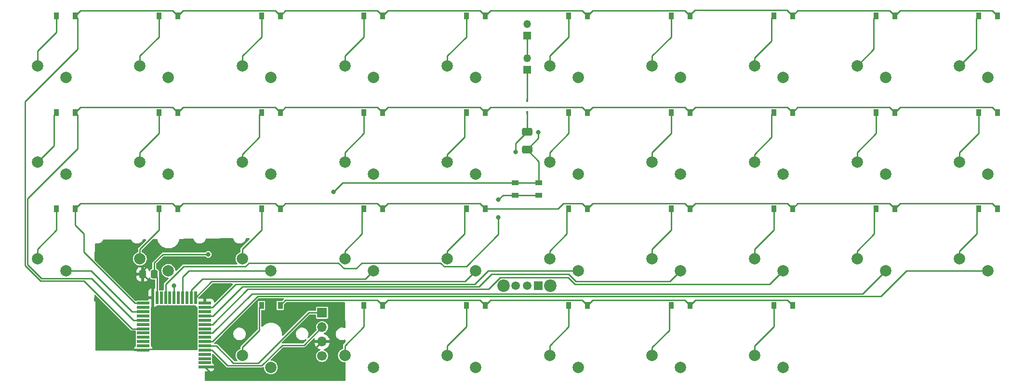
<source format=gbr>
%TF.GenerationSoftware,KiCad,Pcbnew,(6.0.4)*%
%TF.CreationDate,2022-04-26T18:03:51+09:00*%
%TF.ProjectId,hatchet36lp_pcb,68617463-6865-4743-9336-6c705f706362,rev?*%
%TF.SameCoordinates,Original*%
%TF.FileFunction,Copper,L2,Bot*%
%TF.FilePolarity,Positive*%
%FSLAX46Y46*%
G04 Gerber Fmt 4.6, Leading zero omitted, Abs format (unit mm)*
G04 Created by KiCad (PCBNEW (6.0.4)) date 2022-04-26 18:03:51*
%MOMM*%
%LPD*%
G01*
G04 APERTURE LIST*
G04 Aperture macros list*
%AMRoundRect*
0 Rectangle with rounded corners*
0 $1 Rounding radius*
0 $2 $3 $4 $5 $6 $7 $8 $9 X,Y pos of 4 corners*
0 Add a 4 corners polygon primitive as box body*
4,1,4,$2,$3,$4,$5,$6,$7,$8,$9,$2,$3,0*
0 Add four circle primitives for the rounded corners*
1,1,$1+$1,$2,$3*
1,1,$1+$1,$4,$5*
1,1,$1+$1,$6,$7*
1,1,$1+$1,$8,$9*
0 Add four rect primitives between the rounded corners*
20,1,$1+$1,$2,$3,$4,$5,0*
20,1,$1+$1,$4,$5,$6,$7,0*
20,1,$1+$1,$6,$7,$8,$9,0*
20,1,$1+$1,$8,$9,$2,$3,0*%
G04 Aperture macros list end*
%TA.AperFunction,ComponentPad*%
%ADD10C,2.000000*%
%TD*%
%TA.AperFunction,SMDPad,CuDef*%
%ADD11R,0.900000X1.200000*%
%TD*%
%TA.AperFunction,SMDPad,CuDef*%
%ADD12R,1.250000X0.850000*%
%TD*%
%TA.AperFunction,SMDPad,CuDef*%
%ADD13RoundRect,0.250000X-0.650000X0.412500X-0.650000X-0.412500X0.650000X-0.412500X0.650000X0.412500X0*%
%TD*%
%TA.AperFunction,ComponentPad*%
%ADD14R,1.350000X1.350000*%
%TD*%
%TA.AperFunction,ComponentPad*%
%ADD15O,1.350000X1.350000*%
%TD*%
%TA.AperFunction,SMDPad,CuDef*%
%ADD16R,2.200000X0.500000*%
%TD*%
%TA.AperFunction,SMDPad,CuDef*%
%ADD17R,0.500000X2.200000*%
%TD*%
%TA.AperFunction,ComponentPad*%
%ADD18R,1.700000X1.700000*%
%TD*%
%TA.AperFunction,ComponentPad*%
%ADD19O,1.700000X1.700000*%
%TD*%
%TA.AperFunction,ComponentPad*%
%ADD20C,1.700000*%
%TD*%
%TA.AperFunction,ComponentPad*%
%ADD21C,2.200000*%
%TD*%
%TA.AperFunction,ComponentPad*%
%ADD22R,1.500000X1.500000*%
%TD*%
%TA.AperFunction,ComponentPad*%
%ADD23C,1.500000*%
%TD*%
%TA.AperFunction,SMDPad,CuDef*%
%ADD24R,0.450000X0.600000*%
%TD*%
%TA.AperFunction,SMDPad,CuDef*%
%ADD25RoundRect,0.250000X-0.337500X-0.475000X0.337500X-0.475000X0.337500X0.475000X-0.337500X0.475000X0*%
%TD*%
%TA.AperFunction,ViaPad*%
%ADD26C,0.800000*%
%TD*%
%TA.AperFunction,Conductor*%
%ADD27C,0.250000*%
%TD*%
G04 APERTURE END LIST*
D10*
%TO.P,SW26,1,1*%
%TO.N,/col5*%
X149000000Y-98400000D03*
%TO.P,SW26,2,2*%
%TO.N,Net-(D26-Pad2)*%
X144000000Y-96300000D03*
%TD*%
%TO.P,SW25,1,1*%
%TO.N,/col4*%
X131000000Y-98400000D03*
%TO.P,SW25,2,2*%
%TO.N,Net-(D25-Pad2)*%
X126000000Y-96300000D03*
%TD*%
%TO.P,SW14,1,1*%
%TO.N,/col3*%
X113000000Y-81400000D03*
%TO.P,SW14,2,2*%
%TO.N,Net-(D14-Pad2)*%
X108000000Y-79300000D03*
%TD*%
%TO.P,SW30,1,1*%
%TO.N,/col9*%
X221000000Y-98400000D03*
%TO.P,SW30,2,2*%
%TO.N,Net-(D30-Pad2)*%
X216000000Y-96300000D03*
%TD*%
%TO.P,SW11,1,1*%
%TO.N,/col0*%
X59000000Y-81400000D03*
%TO.P,SW11,2,2*%
%TO.N,Net-(D11-Pad2)*%
X54000000Y-79300000D03*
%TD*%
%TO.P,SW35,1,1*%
%TO.N,/col6*%
X167000000Y-115400000D03*
%TO.P,SW35,2,2*%
%TO.N,Net-(D35-Pad2)*%
X162000000Y-113300000D03*
%TD*%
%TO.P,SW36,1,1*%
%TO.N,/col7*%
X185000000Y-115400000D03*
%TO.P,SW36,2,2*%
%TO.N,Net-(D36-Pad2)*%
X180000000Y-113300000D03*
%TD*%
%TO.P,SW22,1,1*%
%TO.N,/col1*%
X77000000Y-98400000D03*
%TO.P,SW22,2,2*%
%TO.N,Net-(D22-Pad2)*%
X72000000Y-96300000D03*
%TD*%
%TO.P,SW2,1,1*%
%TO.N,/col1*%
X77000000Y-64400000D03*
%TO.P,SW2,2,2*%
%TO.N,Net-(D2-Pad2)*%
X72000000Y-62300000D03*
%TD*%
%TO.P,SW1,1,1*%
%TO.N,/col0*%
X59000000Y-64400000D03*
%TO.P,SW1,2,2*%
%TO.N,Net-(D1-Pad2)*%
X54000000Y-62300000D03*
%TD*%
%TO.P,SW7,1,1*%
%TO.N,/col6*%
X167000000Y-64400000D03*
%TO.P,SW7,2,2*%
%TO.N,Net-(D7-Pad2)*%
X162000000Y-62300000D03*
%TD*%
%TO.P,SW33,1,1*%
%TO.N,/col4*%
X131000000Y-115400000D03*
%TO.P,SW33,2,2*%
%TO.N,Net-(D33-Pad2)*%
X126000000Y-113300000D03*
%TD*%
%TO.P,SW32,1,1*%
%TO.N,/col3*%
X113000000Y-115400000D03*
%TO.P,SW32,2,2*%
%TO.N,Net-(D32-Pad2)*%
X108000000Y-113300000D03*
%TD*%
%TO.P,SW20,1,1*%
%TO.N,/col9*%
X221000000Y-81400000D03*
%TO.P,SW20,2,2*%
%TO.N,Net-(D20-Pad2)*%
X216000000Y-79300000D03*
%TD*%
%TO.P,SW27,1,1*%
%TO.N,/col6*%
X167000000Y-98400000D03*
%TO.P,SW27,2,2*%
%TO.N,Net-(D27-Pad2)*%
X162000000Y-96300000D03*
%TD*%
%TO.P,SW16,1,1*%
%TO.N,/col5*%
X149000000Y-81400000D03*
%TO.P,SW16,2,2*%
%TO.N,Net-(D16-Pad2)*%
X144000000Y-79300000D03*
%TD*%
%TO.P,SW19,1,1*%
%TO.N,/col8*%
X203000000Y-81400000D03*
%TO.P,SW19,2,2*%
%TO.N,Net-(D19-Pad2)*%
X198000000Y-79300000D03*
%TD*%
%TO.P,SW34,1,1*%
%TO.N,/col5*%
X149000000Y-115400000D03*
%TO.P,SW34,2,2*%
%TO.N,Net-(D34-Pad2)*%
X144000000Y-113300000D03*
%TD*%
%TO.P,SW3,1,1*%
%TO.N,/col2*%
X95000000Y-64400000D03*
%TO.P,SW3,2,2*%
%TO.N,Net-(D3-Pad2)*%
X90000000Y-62300000D03*
%TD*%
%TO.P,SW17,1,1*%
%TO.N,/col6*%
X167000000Y-81400000D03*
%TO.P,SW17,2,2*%
%TO.N,Net-(D17-Pad2)*%
X162000000Y-79300000D03*
%TD*%
%TO.P,SW15,1,1*%
%TO.N,/col4*%
X131000000Y-81400000D03*
%TO.P,SW15,2,2*%
%TO.N,Net-(D15-Pad2)*%
X126000000Y-79300000D03*
%TD*%
%TO.P,SW29,1,1*%
%TO.N,/col8*%
X203000000Y-98400000D03*
%TO.P,SW29,2,2*%
%TO.N,Net-(D29-Pad2)*%
X198000000Y-96300000D03*
%TD*%
%TO.P,SW6,1,1*%
%TO.N,/col5*%
X149000000Y-64400000D03*
%TO.P,SW6,2,2*%
%TO.N,Net-(D6-Pad2)*%
X144000000Y-62300000D03*
%TD*%
%TO.P,SW23,1,1*%
%TO.N,/col2*%
X95000000Y-98400000D03*
%TO.P,SW23,2,2*%
%TO.N,Net-(D23-Pad2)*%
X90000000Y-96300000D03*
%TD*%
%TO.P,SW13,1,1*%
%TO.N,/col2*%
X95000000Y-81400000D03*
%TO.P,SW13,2,2*%
%TO.N,Net-(D13-Pad2)*%
X90000000Y-79300000D03*
%TD*%
%TO.P,SW28,1,1*%
%TO.N,/col7*%
X185000000Y-98400000D03*
%TO.P,SW28,2,2*%
%TO.N,Net-(D28-Pad2)*%
X180000000Y-96300000D03*
%TD*%
%TO.P,SW24,1,1*%
%TO.N,/col3*%
X113000000Y-98400000D03*
%TO.P,SW24,2,2*%
%TO.N,Net-(D24-Pad2)*%
X108000000Y-96300000D03*
%TD*%
%TO.P,SW18,1,1*%
%TO.N,/col7*%
X185000000Y-81400000D03*
%TO.P,SW18,2,2*%
%TO.N,Net-(D18-Pad2)*%
X180000000Y-79300000D03*
%TD*%
%TO.P,SW4,1,1*%
%TO.N,/col3*%
X113000000Y-64400000D03*
%TO.P,SW4,2,2*%
%TO.N,Net-(D4-Pad2)*%
X108000000Y-62300000D03*
%TD*%
%TO.P,SW12,1,1*%
%TO.N,/col1*%
X77000000Y-81400000D03*
%TO.P,SW12,2,2*%
%TO.N,Net-(D12-Pad2)*%
X72000000Y-79300000D03*
%TD*%
%TO.P,SW5,1,1*%
%TO.N,/col4*%
X131000000Y-64400000D03*
%TO.P,SW5,2,2*%
%TO.N,Net-(D5-Pad2)*%
X126000000Y-62300000D03*
%TD*%
%TO.P,SW9,1,1*%
%TO.N,/col8*%
X203000000Y-64400000D03*
%TO.P,SW9,2,2*%
%TO.N,Net-(D9-Pad2)*%
X198000000Y-62300000D03*
%TD*%
%TO.P,SW8,1,1*%
%TO.N,/col7*%
X185000000Y-64400000D03*
%TO.P,SW8,2,2*%
%TO.N,Net-(D8-Pad2)*%
X180000000Y-62300000D03*
%TD*%
%TO.P,SW21,1,1*%
%TO.N,/col0*%
X59000000Y-98400000D03*
%TO.P,SW21,2,2*%
%TO.N,Net-(D21-Pad2)*%
X54000000Y-96300000D03*
%TD*%
%TO.P,SW31,1,1*%
%TO.N,/col2*%
X95000000Y-115400000D03*
%TO.P,SW31,2,2*%
%TO.N,Net-(D31-Pad2)*%
X90000000Y-113300000D03*
%TD*%
%TO.P,SW10,1,1*%
%TO.N,/col9*%
X221000000Y-64400000D03*
%TO.P,SW10,2,2*%
%TO.N,Net-(D10-Pad2)*%
X216000000Y-62300000D03*
%TD*%
D11*
%TO.P,D12,1,K*%
%TO.N,/row1*%
X78650000Y-70500000D03*
%TO.P,D12,2,A*%
%TO.N,Net-(D12-Pad2)*%
X75350000Y-70500000D03*
%TD*%
D12*
%TO.P,SW37,1,1*%
%TO.N,GND*%
X142075000Y-82925000D03*
X137925000Y-82925000D03*
%TO.P,SW37,2,2*%
%TO.N,Net-(SW37-Pad2)*%
X142075000Y-85075000D03*
X137925000Y-85075000D03*
%TD*%
D11*
%TO.P,D27,1,K*%
%TO.N,/row2*%
X168650000Y-87500000D03*
%TO.P,D27,2,A*%
%TO.N,Net-(D27-Pad2)*%
X165350000Y-87500000D03*
%TD*%
%TO.P,D1,1,K*%
%TO.N,/row0*%
X60650000Y-53500000D03*
%TO.P,D1,2,A*%
%TO.N,Net-(D1-Pad2)*%
X57350000Y-53500000D03*
%TD*%
D13*
%TO.P,C2,1*%
%TO.N,Net-(C2-Pad1)*%
X140000000Y-73937500D03*
%TO.P,C2,2*%
%TO.N,GND*%
X140000000Y-77062500D03*
%TD*%
D11*
%TO.P,D6,1,K*%
%TO.N,/row0*%
X150650000Y-53500000D03*
%TO.P,D6,2,A*%
%TO.N,Net-(D6-Pad2)*%
X147350000Y-53500000D03*
%TD*%
D14*
%TO.P,J1,1,Pin_1*%
%TO.N,Net-(D37-Pad2)*%
X140000000Y-63000000D03*
D15*
%TO.P,J1,2,Pin_2*%
%TO.N,Net-(J1-Pad2)*%
X140000000Y-61000000D03*
%TD*%
D11*
%TO.P,D23,1,K*%
%TO.N,/row2*%
X96650000Y-87500000D03*
%TO.P,D23,2,A*%
%TO.N,Net-(D23-Pad2)*%
X93350000Y-87500000D03*
%TD*%
%TO.P,D29,1,K*%
%TO.N,/row2*%
X204650000Y-87500000D03*
%TO.P,D29,2,A*%
%TO.N,Net-(D29-Pad2)*%
X201350000Y-87500000D03*
%TD*%
%TO.P,D34,1,K*%
%TO.N,/row3*%
X150650000Y-104500000D03*
%TO.P,D34,2,A*%
%TO.N,Net-(D34-Pad2)*%
X147350000Y-104500000D03*
%TD*%
%TO.P,D16,1,K*%
%TO.N,/row1*%
X150650000Y-70500000D03*
%TO.P,D16,2,A*%
%TO.N,Net-(D16-Pad2)*%
X147350000Y-70500000D03*
%TD*%
%TO.P,D8,1,K*%
%TO.N,/row0*%
X186650000Y-53500000D03*
%TO.P,D8,2,A*%
%TO.N,Net-(D8-Pad2)*%
X183350000Y-53500000D03*
%TD*%
%TO.P,D28,1,K*%
%TO.N,/row2*%
X186650000Y-87500000D03*
%TO.P,D28,2,A*%
%TO.N,Net-(D28-Pad2)*%
X183350000Y-87500000D03*
%TD*%
%TO.P,D7,1,K*%
%TO.N,/row0*%
X168650000Y-53500000D03*
%TO.P,D7,2,A*%
%TO.N,Net-(D7-Pad2)*%
X165350000Y-53500000D03*
%TD*%
%TO.P,D35,1,K*%
%TO.N,/row3*%
X168650000Y-104500000D03*
%TO.P,D35,2,A*%
%TO.N,Net-(D35-Pad2)*%
X165350000Y-104500000D03*
%TD*%
%TO.P,D33,1,K*%
%TO.N,/row3*%
X132650000Y-104500000D03*
%TO.P,D33,2,A*%
%TO.N,Net-(D33-Pad2)*%
X129350000Y-104500000D03*
%TD*%
%TO.P,D36,1,K*%
%TO.N,/row3*%
X186650000Y-104500000D03*
%TO.P,D36,2,A*%
%TO.N,Net-(D36-Pad2)*%
X183350000Y-104500000D03*
%TD*%
%TO.P,D2,1,K*%
%TO.N,/row0*%
X78650000Y-53500000D03*
%TO.P,D2,2,A*%
%TO.N,Net-(D2-Pad2)*%
X75350000Y-53500000D03*
%TD*%
%TO.P,D18,1,K*%
%TO.N,/row1*%
X186650000Y-70500000D03*
%TO.P,D18,2,A*%
%TO.N,Net-(D18-Pad2)*%
X183350000Y-70500000D03*
%TD*%
D16*
%TO.P,U1,1,GND*%
%TO.N,GND*%
X83400000Y-115350000D03*
%TO.P,U1,2,SIO_24*%
%TO.N,unconnected-(U1-Pad2)*%
X83400000Y-114600000D03*
%TO.P,U1,3,SIO_23*%
%TO.N,unconnected-(U1-Pad3)*%
X83400000Y-113850000D03*
%TO.P,U1,4,SIO_22*%
%TO.N,unconnected-(U1-Pad4)*%
X83400000Y-113100000D03*
%TO.P,U1,5,SWDIO*%
%TO.N,/SWDIO*%
X83400000Y-112350000D03*
%TO.P,U1,6,SWDCLK*%
%TO.N,/SWDCLK*%
X83400000Y-111600000D03*
%TO.P,U1,7,SIO_21*%
%TO.N,/col9*%
X83400000Y-110850000D03*
%TO.P,U1,8,SIO_20*%
%TO.N,unconnected-(U1-Pad8)*%
X83400000Y-110100000D03*
%TO.P,U1,9,SIO_18*%
%TO.N,/col8*%
X83400000Y-109350000D03*
%TO.P,U1,10,SIO_16*%
%TO.N,unconnected-(U1-Pad10)*%
X83400000Y-108600000D03*
%TO.P,U1,11,SIO_14*%
%TO.N,/col7*%
X83400000Y-107850000D03*
%TO.P,U1,12,SIO_12*%
%TO.N,unconnected-(U1-Pad12)*%
X83400000Y-107100000D03*
%TO.P,U1,13,SIO_11*%
%TO.N,/col6*%
X83400000Y-106350000D03*
%TO.P,U1,14,SIO_10/NFC2*%
%TO.N,unconnected-(U1-Pad14)*%
X83400000Y-105600000D03*
%TO.P,U1,15,SIO_09/NFC1*%
%TO.N,/col5*%
X83400000Y-104850000D03*
%TO.P,U1,16,GND*%
%TO.N,GND*%
X83400000Y-104100000D03*
D17*
%TO.P,U1,17,SIO_08*%
%TO.N,/col4*%
X81750000Y-103150000D03*
%TO.P,U1,18,SIO_07*%
%TO.N,/col3*%
X81000000Y-103150000D03*
%TO.P,U1,19,SIO_06*%
%TO.N,unconnected-(U1-Pad19)*%
X80250000Y-103150000D03*
%TO.P,U1,20,SIO_05/AIN3*%
%TO.N,/col2*%
X79500000Y-103150000D03*
%TO.P,U1,21,SIO_04/AIN2*%
%TO.N,unconnected-(U1-Pad21)*%
X78750000Y-103150000D03*
%TO.P,U1,22,SIO_03/AIN1*%
%TO.N,/col1*%
X78000000Y-103150000D03*
%TO.P,U1,23,SIO_02/AIN0*%
%TO.N,unconnected-(U1-Pad23)*%
X77250000Y-103150000D03*
%TO.P,U1,24,SIO_01*%
%TO.N,Net-(SW37-Pad2)*%
X76500000Y-103150000D03*
%TO.P,U1,25,SIO_00*%
%TO.N,unconnected-(U1-Pad25)*%
X75750000Y-103150000D03*
%TO.P,U1,26,VDD*%
%TO.N,VDD*%
X75000000Y-103150000D03*
%TO.P,U1,27,GND*%
%TO.N,GND*%
X74250000Y-103150000D03*
D16*
%TO.P,U1,28,SIO_13*%
%TO.N,/row2*%
X72600000Y-104100000D03*
%TO.P,U1,29,SIO_15*%
%TO.N,unconnected-(U1-Pad29)*%
X72600000Y-104850000D03*
%TO.P,U1,30,SIO_17*%
%TO.N,/col0*%
X72600000Y-105600000D03*
%TO.P,U1,31,SIO_19*%
%TO.N,unconnected-(U1-Pad31)*%
X72600000Y-106350000D03*
%TO.P,U1,32,SIO_31/AIN7*%
%TO.N,/row1*%
X72600000Y-107100000D03*
%TO.P,U1,33,SIO_30/AIN6*%
%TO.N,unconnected-(U1-Pad33)*%
X72600000Y-107850000D03*
%TO.P,U1,34,SIO_29/AIN5*%
%TO.N,/row0*%
X72600000Y-108600000D03*
%TO.P,U1,35,SIO_28/AIN4*%
%TO.N,unconnected-(U1-Pad35)*%
X72600000Y-109350000D03*
%TO.P,U1,36,SIO_27*%
%TO.N,unconnected-(U1-Pad36)*%
X72600000Y-110100000D03*
%TO.P,U1,37,SIO_26*%
%TO.N,unconnected-(U1-Pad37)*%
X72600000Y-110850000D03*
%TO.P,U1,38,SIO_25*%
%TO.N,unconnected-(U1-Pad38)*%
X72600000Y-111600000D03*
%TO.P,U1,39,GND*%
%TO.N,GND*%
X72600000Y-112350000D03*
%TD*%
D14*
%TO.P,J2,1,Pin_1*%
%TO.N,Net-(J1-Pad2)*%
X140000000Y-57000000D03*
D15*
%TO.P,J2,2,Pin_2*%
%TO.N,GND*%
X140000000Y-55000000D03*
%TD*%
D11*
%TO.P,D31,1,K*%
%TO.N,/row3*%
X96650000Y-104500000D03*
%TO.P,D31,2,A*%
%TO.N,Net-(D31-Pad2)*%
X93350000Y-104500000D03*
%TD*%
%TO.P,D24,1,K*%
%TO.N,/row2*%
X114650000Y-87500000D03*
%TO.P,D24,2,A*%
%TO.N,Net-(D24-Pad2)*%
X111350000Y-87500000D03*
%TD*%
%TO.P,D4,1,K*%
%TO.N,/row0*%
X114650000Y-53500000D03*
%TO.P,D4,2,A*%
%TO.N,Net-(D4-Pad2)*%
X111350000Y-53500000D03*
%TD*%
%TO.P,D13,1,K*%
%TO.N,/row1*%
X96650000Y-70500000D03*
%TO.P,D13,2,A*%
%TO.N,Net-(D13-Pad2)*%
X93350000Y-70500000D03*
%TD*%
%TO.P,D3,1,K*%
%TO.N,/row0*%
X96650000Y-53500000D03*
%TO.P,D3,2,A*%
%TO.N,Net-(D3-Pad2)*%
X93350000Y-53500000D03*
%TD*%
%TO.P,D22,1,K*%
%TO.N,/row2*%
X78650000Y-87500000D03*
%TO.P,D22,2,A*%
%TO.N,Net-(D22-Pad2)*%
X75350000Y-87500000D03*
%TD*%
%TO.P,D26,1,K*%
%TO.N,/row2*%
X150650000Y-87500000D03*
%TO.P,D26,2,A*%
%TO.N,Net-(D26-Pad2)*%
X147350000Y-87500000D03*
%TD*%
%TO.P,D21,1,K*%
%TO.N,/row2*%
X60650000Y-87500000D03*
%TO.P,D21,2,A*%
%TO.N,Net-(D21-Pad2)*%
X57350000Y-87500000D03*
%TD*%
%TO.P,D5,1,K*%
%TO.N,/row0*%
X132650000Y-53500000D03*
%TO.P,D5,2,A*%
%TO.N,Net-(D5-Pad2)*%
X129350000Y-53500000D03*
%TD*%
D18*
%TO.P,J3,1,Pin_1*%
%TO.N,/SWDCLK*%
X104000000Y-105780000D03*
D19*
%TO.P,J3,2,Pin_2*%
%TO.N,/SWDIO*%
X104000000Y-108320000D03*
%TO.P,J3,3,Pin_3*%
%TO.N,GND*%
X104000000Y-110860000D03*
D20*
%TO.P,J3,4,Pin_4*%
%TO.N,VDD*%
X104000000Y-113400000D03*
%TD*%
D11*
%TO.P,D17,1,K*%
%TO.N,/row1*%
X168650000Y-70500000D03*
%TO.P,D17,2,A*%
%TO.N,Net-(D17-Pad2)*%
X165350000Y-70500000D03*
%TD*%
D21*
%TO.P,SW38,*%
%TO.N,*%
X144100000Y-101002500D03*
X135900000Y-101002500D03*
D22*
%TO.P,SW38,1,A*%
%TO.N,VDD*%
X142000000Y-101002500D03*
D23*
%TO.P,SW38,2,B*%
%TO.N,Net-(C2-Pad1)*%
X140000000Y-101002500D03*
%TO.P,SW38,3,C*%
%TO.N,unconnected-(SW38-Pad3)*%
X138000000Y-101002500D03*
%TD*%
D11*
%TO.P,D10,1,K*%
%TO.N,/row0*%
X222650000Y-53500000D03*
%TO.P,D10,2,A*%
%TO.N,Net-(D10-Pad2)*%
X219350000Y-53500000D03*
%TD*%
%TO.P,D25,1,K*%
%TO.N,/row2*%
X132650000Y-87500000D03*
%TO.P,D25,2,A*%
%TO.N,Net-(D25-Pad2)*%
X129350000Y-87500000D03*
%TD*%
D24*
%TO.P,D37,1,K*%
%TO.N,Net-(C2-Pad1)*%
X140000000Y-70550000D03*
%TO.P,D37,2,A*%
%TO.N,Net-(D37-Pad2)*%
X140000000Y-68450000D03*
%TD*%
D11*
%TO.P,D9,1,K*%
%TO.N,/row0*%
X204650000Y-53500000D03*
%TO.P,D9,2,A*%
%TO.N,Net-(D9-Pad2)*%
X201350000Y-53500000D03*
%TD*%
%TO.P,D30,1,K*%
%TO.N,/row2*%
X222650000Y-87500000D03*
%TO.P,D30,2,A*%
%TO.N,Net-(D30-Pad2)*%
X219350000Y-87500000D03*
%TD*%
%TO.P,D15,1,K*%
%TO.N,/row1*%
X132650000Y-70500000D03*
%TO.P,D15,2,A*%
%TO.N,Net-(D15-Pad2)*%
X129350000Y-70500000D03*
%TD*%
%TO.P,D19,1,K*%
%TO.N,/row1*%
X204650000Y-70500000D03*
%TO.P,D19,2,A*%
%TO.N,Net-(D19-Pad2)*%
X201350000Y-70500000D03*
%TD*%
%TO.P,D11,1,K*%
%TO.N,/row1*%
X60650000Y-70500000D03*
%TO.P,D11,2,A*%
%TO.N,Net-(D11-Pad2)*%
X57350000Y-70500000D03*
%TD*%
D25*
%TO.P,C1,1*%
%TO.N,GND*%
X72462500Y-99000000D03*
%TO.P,C1,2*%
%TO.N,VDD*%
X74537500Y-99000000D03*
%TD*%
D11*
%TO.P,D14,1,K*%
%TO.N,/row1*%
X114650000Y-70500000D03*
%TO.P,D14,2,A*%
%TO.N,Net-(D14-Pad2)*%
X111350000Y-70500000D03*
%TD*%
%TO.P,D20,1,K*%
%TO.N,/row1*%
X222650000Y-70500000D03*
%TO.P,D20,2,A*%
%TO.N,Net-(D20-Pad2)*%
X219350000Y-70500000D03*
%TD*%
%TO.P,D32,1,K*%
%TO.N,/row3*%
X114650000Y-104500000D03*
%TO.P,D32,2,A*%
%TO.N,Net-(D32-Pad2)*%
X111350000Y-104500000D03*
%TD*%
D26*
%TO.N,GND*%
X69800000Y-111100000D03*
X85937212Y-114662788D03*
X106000000Y-84500000D03*
X79900000Y-94600000D03*
X85000000Y-101800000D03*
X69800000Y-100700000D03*
X142000000Y-74000000D03*
%TO.N,VDD*%
X84000000Y-95500000D03*
%TO.N,Net-(C2-Pad1)*%
X138000000Y-77500000D03*
%TO.N,/col1*%
X78000000Y-101000000D03*
%TO.N,Net-(SW37-Pad2)*%
X135000000Y-85850989D03*
X135000000Y-89000000D03*
%TD*%
D27*
%TO.N,Net-(D37-Pad2)*%
X140000000Y-68450000D02*
X140000000Y-63000000D01*
%TO.N,GND*%
X71050000Y-112350000D02*
X72600000Y-112350000D01*
X72462500Y-99000000D02*
X74250000Y-100787500D01*
X140000000Y-77062500D02*
X142075000Y-79137500D01*
X107575000Y-82925000D02*
X106000000Y-84500000D01*
X83400000Y-115350000D02*
X84774511Y-116724511D01*
X142000000Y-75062500D02*
X140000000Y-77062500D01*
X74250000Y-100787500D02*
X74250000Y-103150000D01*
X137925000Y-82925000D02*
X142075000Y-82925000D01*
X142000000Y-74000000D02*
X142000000Y-75062500D01*
X76264283Y-94600000D02*
X79900000Y-94600000D01*
X71500000Y-99000000D02*
X69800000Y-100700000D01*
X85250000Y-115350000D02*
X83400000Y-115350000D01*
X85000000Y-101800000D02*
X83400000Y-103400000D01*
X72462500Y-99000000D02*
X71500000Y-99000000D01*
X69800000Y-111100000D02*
X71050000Y-112350000D01*
X72462500Y-98401783D02*
X76264283Y-94600000D01*
X98135489Y-116724511D02*
X104000000Y-110860000D01*
X142075000Y-79137500D02*
X142075000Y-82925000D01*
X137925000Y-82925000D02*
X107575000Y-82925000D01*
X83400000Y-103400000D02*
X83400000Y-104100000D01*
X84774511Y-116724511D02*
X98135489Y-116724511D01*
X85937212Y-114662788D02*
X85250000Y-115350000D01*
X72462500Y-99000000D02*
X72462500Y-98401783D01*
%TO.N,VDD*%
X76000000Y-95500000D02*
X74537500Y-96962500D01*
X74537500Y-96962500D02*
X74537500Y-99000000D01*
X75000000Y-99462500D02*
X75000000Y-103150000D01*
X84000000Y-95500000D02*
X76000000Y-95500000D01*
X74537500Y-99000000D02*
X75000000Y-99462500D01*
%TO.N,Net-(C2-Pad1)*%
X138000000Y-75937500D02*
X140000000Y-73937500D01*
X138000000Y-77500000D02*
X138000000Y-75937500D01*
X140000000Y-70550000D02*
X140000000Y-73937500D01*
%TO.N,/row0*%
X61574511Y-52575489D02*
X77725489Y-52575489D01*
X131725489Y-52575489D02*
X132650000Y-53500000D01*
X115574511Y-52575489D02*
X131725489Y-52575489D01*
X150650000Y-53500000D02*
X151574511Y-52575489D01*
X186650000Y-53500000D02*
X187574511Y-52575489D01*
X113725489Y-52575489D02*
X114650000Y-53500000D01*
X187574511Y-52575489D02*
X203725489Y-52575489D01*
X169500000Y-52500000D02*
X185650000Y-52500000D01*
X97574511Y-52575489D02*
X113725489Y-52575489D01*
X78650000Y-53500000D02*
X79574511Y-52575489D01*
X62174031Y-100174031D02*
X70600000Y-108600000D01*
X149725489Y-52575489D02*
X150650000Y-53500000D01*
X70600000Y-108600000D02*
X72600000Y-108600000D01*
X205574511Y-52575489D02*
X221725489Y-52575489D01*
X168650000Y-53350000D02*
X169500000Y-52500000D01*
X54538313Y-100174031D02*
X62174031Y-100174031D01*
X51825959Y-97461676D02*
X54538313Y-100174031D01*
X77725489Y-52575489D02*
X78650000Y-53500000D01*
X60650000Y-53500000D02*
X61074521Y-53924521D01*
X61074521Y-59359296D02*
X51825959Y-68607858D01*
X96650000Y-53500000D02*
X97574511Y-52575489D01*
X60650000Y-53500000D02*
X61574511Y-52575489D01*
X151574511Y-52575489D02*
X167725489Y-52575489D01*
X51825959Y-68607858D02*
X51825959Y-97461676D01*
X114650000Y-53500000D02*
X115574511Y-52575489D01*
X167725489Y-52575489D02*
X168650000Y-53500000D01*
X61074521Y-53924521D02*
X61074521Y-59359296D01*
X168650000Y-53500000D02*
X168650000Y-53350000D01*
X203725489Y-52575489D02*
X204650000Y-53500000D01*
X204650000Y-53500000D02*
X205574511Y-52575489D01*
X185650000Y-52500000D02*
X186650000Y-53500000D01*
X95725489Y-52575489D02*
X96650000Y-53500000D01*
X79574511Y-52575489D02*
X95725489Y-52575489D01*
X132650000Y-53500000D02*
X133574511Y-52575489D01*
X133574511Y-52575489D02*
X149725489Y-52575489D01*
X221725489Y-52575489D02*
X222650000Y-53500000D01*
%TO.N,Net-(D1-Pad2)*%
X57350000Y-56381735D02*
X54000000Y-59731735D01*
X54000000Y-59731735D02*
X54000000Y-62300000D01*
X57350000Y-53500000D02*
X57350000Y-56381735D01*
%TO.N,Net-(D2-Pad2)*%
X72000000Y-62300000D02*
X72000000Y-60566183D01*
X75350000Y-57216183D02*
X75350000Y-53500000D01*
X72000000Y-60566183D02*
X75350000Y-57216183D01*
%TO.N,Net-(D3-Pad2)*%
X90000000Y-62300000D02*
X90000000Y-60566183D01*
X93350000Y-57216183D02*
X93350000Y-53500000D01*
X90000000Y-60566183D02*
X93350000Y-57216183D01*
%TO.N,Net-(D4-Pad2)*%
X108000000Y-62300000D02*
X108000000Y-60566183D01*
X108000000Y-60566183D02*
X111350000Y-57216183D01*
X111350000Y-57216183D02*
X111350000Y-53500000D01*
%TO.N,Net-(D5-Pad2)*%
X126000000Y-62300000D02*
X126000000Y-60566183D01*
X129350000Y-57216183D02*
X129350000Y-53500000D01*
X126000000Y-60566183D02*
X129350000Y-57216183D01*
%TO.N,Net-(D6-Pad2)*%
X144000000Y-60566183D02*
X147350000Y-57216183D01*
X144000000Y-62300000D02*
X144000000Y-60566183D01*
X147350000Y-57216183D02*
X147350000Y-53500000D01*
%TO.N,Net-(D7-Pad2)*%
X165350000Y-57216183D02*
X165350000Y-53500000D01*
X162000000Y-60566183D02*
X165350000Y-57216183D01*
X162000000Y-62300000D02*
X162000000Y-60566183D01*
%TO.N,Net-(D8-Pad2)*%
X183000000Y-57885787D02*
X183000000Y-53850000D01*
X180000000Y-62300000D02*
X180000000Y-60885787D01*
X180000000Y-60885787D02*
X183000000Y-57885787D01*
X183000000Y-53850000D02*
X183350000Y-53500000D01*
%TO.N,Net-(D9-Pad2)*%
X200925479Y-53924521D02*
X200925479Y-59374521D01*
X201350000Y-53500000D02*
X200925479Y-53924521D01*
X200925479Y-59374521D02*
X198000000Y-62300000D01*
%TO.N,Net-(D10-Pad2)*%
X218925479Y-53924521D02*
X218925479Y-59374521D01*
X219350000Y-53500000D02*
X218925479Y-53924521D01*
X218925479Y-59374521D02*
X216000000Y-62300000D01*
%TO.N,/row1*%
X61074521Y-76925479D02*
X52275479Y-85724521D01*
X60650000Y-70500000D02*
X61574511Y-69575489D01*
X52275479Y-97275479D02*
X54724511Y-99724511D01*
X113725489Y-69575489D02*
X114650000Y-70500000D01*
X78650000Y-70500000D02*
X79574511Y-69575489D01*
X169574511Y-69575489D02*
X185725489Y-69575489D01*
X132650000Y-70500000D02*
X133574511Y-69575489D01*
X185725489Y-69575489D02*
X186650000Y-70500000D01*
X131725489Y-69575489D02*
X132650000Y-70500000D01*
X221725489Y-69575489D02*
X222650000Y-70500000D01*
X95725489Y-69575489D02*
X96650000Y-70500000D01*
X149725489Y-69575489D02*
X150650000Y-70500000D01*
X167725489Y-69575489D02*
X151574511Y-69575489D01*
X168650000Y-70500000D02*
X167725489Y-69575489D01*
X96650000Y-70500000D02*
X97574511Y-69575489D01*
X70900000Y-107100000D02*
X72600000Y-107100000D01*
X133574511Y-69575489D02*
X149725489Y-69575489D01*
X61074521Y-70924521D02*
X61074521Y-76925479D01*
X186650000Y-70500000D02*
X187574511Y-69575489D01*
X97574511Y-69575489D02*
X113725489Y-69575489D01*
X60650000Y-70500000D02*
X61074521Y-70924521D01*
X54724511Y-99724511D02*
X63524511Y-99724511D01*
X203725489Y-69575489D02*
X204650000Y-70500000D01*
X204650000Y-70500000D02*
X205574511Y-69575489D01*
X115574511Y-69575489D02*
X131725489Y-69575489D01*
X114650000Y-70500000D02*
X115574511Y-69575489D01*
X77725489Y-69575489D02*
X78650000Y-70500000D01*
X187574511Y-69575489D02*
X203725489Y-69575489D01*
X79574511Y-69575489D02*
X95725489Y-69575489D01*
X168650000Y-70500000D02*
X169574511Y-69575489D01*
X150650000Y-70500000D02*
X151574511Y-69575489D01*
X205574511Y-69575489D02*
X221725489Y-69575489D01*
X52275479Y-85724521D02*
X52275479Y-97275479D01*
X61574511Y-69575489D02*
X77725489Y-69575489D01*
X63524511Y-99724511D02*
X70900000Y-107100000D01*
%TO.N,Net-(D11-Pad2)*%
X56925479Y-76374521D02*
X54000000Y-79300000D01*
X56925479Y-70924521D02*
X56925479Y-76374521D01*
X57350000Y-70500000D02*
X56925479Y-70924521D01*
%TO.N,Net-(D12-Pad2)*%
X75350000Y-74216183D02*
X75350000Y-70500000D01*
X72000000Y-77566183D02*
X75350000Y-74216183D01*
X72000000Y-79300000D02*
X72000000Y-77566183D01*
%TO.N,Net-(D13-Pad2)*%
X93000000Y-74885787D02*
X93000000Y-70850000D01*
X93000000Y-70850000D02*
X93350000Y-70500000D01*
X90000000Y-77885787D02*
X93000000Y-74885787D01*
X90000000Y-79300000D02*
X90000000Y-77885787D01*
%TO.N,Net-(D14-Pad2)*%
X108000000Y-79300000D02*
X108000000Y-77566183D01*
X111350000Y-74216183D02*
X111350000Y-70500000D01*
X108000000Y-77566183D02*
X111350000Y-74216183D01*
%TO.N,Net-(D15-Pad2)*%
X126000000Y-77885787D02*
X129000000Y-74885787D01*
X126000000Y-79300000D02*
X126000000Y-77885787D01*
X129000000Y-70850000D02*
X129350000Y-70500000D01*
X129000000Y-74885787D02*
X129000000Y-70850000D01*
%TO.N,Net-(D16-Pad2)*%
X144000000Y-77566183D02*
X147350000Y-74216183D01*
X144000000Y-79300000D02*
X144000000Y-77566183D01*
X147350000Y-74216183D02*
X147350000Y-70500000D01*
%TO.N,Net-(D17-Pad2)*%
X162000000Y-79300000D02*
X162000000Y-77566183D01*
X165350000Y-74216183D02*
X165350000Y-70500000D01*
X162000000Y-77566183D02*
X165350000Y-74216183D01*
%TO.N,Net-(D18-Pad2)*%
X183000000Y-70850000D02*
X183350000Y-70500000D01*
X180000000Y-77885787D02*
X183000000Y-74885787D01*
X183000000Y-74885787D02*
X183000000Y-70850000D01*
X180000000Y-79300000D02*
X180000000Y-77885787D01*
%TO.N,Net-(D19-Pad2)*%
X201350000Y-74216183D02*
X201350000Y-70500000D01*
X198000000Y-79300000D02*
X198000000Y-77566183D01*
X198000000Y-77566183D02*
X201350000Y-74216183D01*
%TO.N,Net-(D20-Pad2)*%
X219350000Y-74216183D02*
X219350000Y-70500000D01*
X216000000Y-77566183D02*
X219350000Y-74216183D01*
X216000000Y-79300000D02*
X216000000Y-77566183D01*
%TO.N,/row2*%
X186650000Y-87500000D02*
X185725489Y-86575489D01*
X151574511Y-86575489D02*
X150650000Y-87500000D01*
X132650000Y-87500000D02*
X131725489Y-86575489D01*
X77725489Y-86575489D02*
X61574511Y-86575489D01*
X62134133Y-91865867D02*
X60650000Y-90381735D01*
X169574511Y-86575489D02*
X168650000Y-87500000D01*
X96650000Y-87500000D02*
X95725489Y-86575489D01*
X97574511Y-86575489D02*
X96650000Y-87500000D01*
X145500000Y-87500000D02*
X146424511Y-86575489D01*
X149725489Y-86575489D02*
X146424511Y-86575489D01*
X79574511Y-86575489D02*
X78650000Y-87500000D01*
X204650000Y-87500000D02*
X203725489Y-86575489D01*
X60650000Y-90381735D02*
X60650000Y-87500000D01*
X114650000Y-87500000D02*
X113725489Y-86575489D01*
X203725489Y-86575489D02*
X187574511Y-86575489D01*
X115574511Y-86575489D02*
X114650000Y-87500000D01*
X185725489Y-86575489D02*
X169574511Y-86575489D01*
X167725489Y-86575489D02*
X151574511Y-86575489D01*
X187574511Y-86575489D02*
X186650000Y-87500000D01*
X131725489Y-86575489D02*
X115574511Y-86575489D01*
X205574511Y-86575489D02*
X204650000Y-87500000D01*
X168650000Y-87500000D02*
X167725489Y-86575489D01*
X78650000Y-87500000D02*
X77725489Y-86575489D01*
X113725489Y-86575489D02*
X97574511Y-86575489D01*
X62134133Y-95134133D02*
X62134133Y-91865867D01*
X150650000Y-87500000D02*
X149725489Y-86575489D01*
X95725489Y-86575489D02*
X79574511Y-86575489D01*
X132650000Y-87500000D02*
X145500000Y-87500000D01*
X71100000Y-104100000D02*
X62134133Y-95134133D01*
X221725489Y-86575489D02*
X205574511Y-86575489D01*
X72600000Y-104100000D02*
X71100000Y-104100000D01*
X222650000Y-87500000D02*
X221725489Y-86575489D01*
X61574511Y-86575489D02*
X60650000Y-87500000D01*
%TO.N,Net-(D21-Pad2)*%
X57350000Y-91216183D02*
X57350000Y-87500000D01*
X54000000Y-96300000D02*
X54000000Y-94566183D01*
X54000000Y-94566183D02*
X57350000Y-91216183D01*
%TO.N,Net-(D22-Pad2)*%
X72000000Y-96300000D02*
X72000000Y-94566183D01*
X72000000Y-94566183D02*
X75350000Y-91216183D01*
X75350000Y-91216183D02*
X75350000Y-87500000D01*
%TO.N,Net-(D23-Pad2)*%
X90000000Y-94566183D02*
X93350000Y-91216183D01*
X93350000Y-91216183D02*
X93350000Y-87500000D01*
X90000000Y-96300000D02*
X90000000Y-94566183D01*
%TO.N,Net-(D24-Pad2)*%
X108000000Y-94885787D02*
X111000000Y-91885787D01*
X108000000Y-96300000D02*
X108000000Y-94885787D01*
X111000000Y-91885787D02*
X111000000Y-87850000D01*
X111000000Y-87850000D02*
X111350000Y-87500000D01*
%TO.N,Net-(D25-Pad2)*%
X129000000Y-87850000D02*
X129350000Y-87500000D01*
X129000000Y-91885787D02*
X129000000Y-87850000D01*
X126000000Y-94885787D02*
X129000000Y-91885787D01*
X126000000Y-96300000D02*
X126000000Y-94885787D01*
%TO.N,Net-(D26-Pad2)*%
X147000000Y-87850000D02*
X147350000Y-87500000D01*
X147000000Y-91885787D02*
X147000000Y-87850000D01*
X144000000Y-96300000D02*
X144000000Y-94885787D01*
X144000000Y-94885787D02*
X147000000Y-91885787D01*
%TO.N,Net-(D27-Pad2)*%
X165350000Y-91216183D02*
X165350000Y-87500000D01*
X162000000Y-96300000D02*
X162000000Y-94566183D01*
X162000000Y-94566183D02*
X165350000Y-91216183D01*
%TO.N,Net-(D28-Pad2)*%
X180000000Y-96300000D02*
X180000000Y-94566183D01*
X180000000Y-94566183D02*
X183350000Y-91216183D01*
X183350000Y-91216183D02*
X183350000Y-87500000D01*
%TO.N,Net-(D29-Pad2)*%
X201000000Y-91885787D02*
X201000000Y-87850000D01*
X198000000Y-96300000D02*
X198000000Y-94885787D01*
X198000000Y-94885787D02*
X201000000Y-91885787D01*
X201000000Y-87850000D02*
X201350000Y-87500000D01*
%TO.N,Net-(D30-Pad2)*%
X216000000Y-94885787D02*
X219000000Y-91885787D01*
X219000000Y-91885787D02*
X219000000Y-87850000D01*
X219000000Y-87850000D02*
X219350000Y-87500000D01*
X216000000Y-96300000D02*
X216000000Y-94885787D01*
%TO.N,/row3*%
X167725489Y-103575489D02*
X168650000Y-104500000D01*
X132650000Y-104500000D02*
X133574511Y-103575489D01*
X133574511Y-103575489D02*
X149725489Y-103575489D01*
X114650000Y-104500000D02*
X115574511Y-103575489D01*
X96650000Y-104500000D02*
X97574511Y-103575489D01*
X169574511Y-103575489D02*
X168650000Y-104500000D01*
X151574511Y-103575489D02*
X167725489Y-103575489D01*
X115574511Y-103575489D02*
X131725489Y-103575489D01*
X150650000Y-104500000D02*
X151574511Y-103575489D01*
X185725489Y-103575489D02*
X169574511Y-103575489D01*
X97574511Y-103575489D02*
X113725489Y-103575489D01*
X186650000Y-104500000D02*
X185725489Y-103575489D01*
X149725489Y-103575489D02*
X150650000Y-104500000D01*
X113725489Y-103575489D02*
X114650000Y-104500000D01*
X131725489Y-103575489D02*
X132650000Y-104500000D01*
%TO.N,Net-(D31-Pad2)*%
X90000000Y-111885787D02*
X93000000Y-108885787D01*
X93000000Y-104850000D02*
X93350000Y-104500000D01*
X90000000Y-113300000D02*
X90000000Y-111885787D01*
X93000000Y-108885787D02*
X93000000Y-104850000D01*
%TO.N,Net-(D32-Pad2)*%
X108000000Y-111566183D02*
X111350000Y-108216183D01*
X111350000Y-108216183D02*
X111350000Y-104500000D01*
X108000000Y-113300000D02*
X108000000Y-111566183D01*
%TO.N,Net-(D33-Pad2)*%
X126000000Y-111566183D02*
X129350000Y-108216183D01*
X129350000Y-108216183D02*
X129350000Y-104500000D01*
X126000000Y-113300000D02*
X126000000Y-111566183D01*
%TO.N,Net-(D34-Pad2)*%
X144000000Y-113300000D02*
X144000000Y-111566183D01*
X147350000Y-108216183D02*
X147350000Y-104500000D01*
X144000000Y-111566183D02*
X147350000Y-108216183D01*
%TO.N,Net-(D35-Pad2)*%
X162000000Y-111885787D02*
X165000000Y-108885787D01*
X165000000Y-104850000D02*
X165350000Y-104500000D01*
X165000000Y-108885787D02*
X165000000Y-104850000D01*
X162000000Y-113300000D02*
X162000000Y-111885787D01*
%TO.N,Net-(D36-Pad2)*%
X183350000Y-108216183D02*
X180000000Y-111566183D01*
X180000000Y-111566183D02*
X180000000Y-113300000D01*
X183350000Y-104500000D02*
X183350000Y-108216183D01*
%TO.N,/SWDCLK*%
X92809306Y-114624511D02*
X88424511Y-114624511D01*
X88424511Y-114624511D02*
X85400000Y-111600000D01*
X101653817Y-105780000D02*
X104000000Y-105780000D01*
X92809306Y-114624511D02*
X101653817Y-105780000D01*
X83400000Y-111600000D02*
X85400000Y-111600000D01*
%TO.N,/SWDIO*%
X87373053Y-115074031D02*
X84649022Y-112350000D01*
X97000000Y-111500000D02*
X93425969Y-115074031D01*
X84649022Y-112350000D02*
X83525020Y-112350000D01*
X100820000Y-111500000D02*
X97000000Y-111500000D01*
X104000000Y-108320000D02*
X100820000Y-111500000D01*
X93425969Y-115074031D02*
X87373053Y-115074031D01*
%TO.N,/col0*%
X63400000Y-98400000D02*
X70600000Y-105600000D01*
X70600000Y-105600000D02*
X72600000Y-105600000D01*
X59000000Y-98400000D02*
X63400000Y-98400000D01*
%TO.N,/col1*%
X78000000Y-103150000D02*
X78000000Y-101000000D01*
%TO.N,/col2*%
X80600000Y-98400000D02*
X79500000Y-99500000D01*
X79500000Y-99500000D02*
X79500000Y-103150000D01*
X95000000Y-98400000D02*
X80600000Y-98400000D01*
%TO.N,/col3*%
X111600000Y-99800000D02*
X113000000Y-98400000D01*
X81000000Y-101800000D02*
X83000000Y-99800000D01*
X81000000Y-103150000D02*
X81000000Y-101800000D01*
X83000000Y-99800000D02*
X111600000Y-99800000D01*
%TO.N,/col4*%
X84600000Y-100300000D02*
X129100000Y-100300000D01*
X129100000Y-100300000D02*
X131000000Y-98400000D01*
X81750000Y-103150000D02*
X84600000Y-100300000D01*
%TO.N,/col5*%
X130850480Y-100749520D02*
X133200000Y-98400000D01*
X84750000Y-104850000D02*
X88850480Y-100749520D01*
X133200000Y-98400000D02*
X149000000Y-98400000D01*
X88850480Y-100749520D02*
X130850480Y-100749520D01*
X83400000Y-104850000D02*
X84750000Y-104850000D01*
%TO.N,/col6*%
X165100000Y-100300000D02*
X167000000Y-98400000D01*
X131600960Y-101199040D02*
X133800000Y-99000000D01*
X83400000Y-106350000D02*
X84850000Y-106350000D01*
X133800000Y-99000000D02*
X147300000Y-99000000D01*
X90000960Y-101199040D02*
X131600960Y-101199040D01*
X148600000Y-100300000D02*
X165100000Y-100300000D01*
X147300000Y-99000000D02*
X148600000Y-100300000D01*
X84850000Y-106350000D02*
X90000960Y-101199040D01*
%TO.N,/col7*%
X84750000Y-107850000D02*
X90951440Y-101648560D01*
X182600000Y-100800000D02*
X185000000Y-98400000D01*
X147242271Y-99577989D02*
X148464282Y-100800000D01*
X135309947Y-99577989D02*
X147242271Y-99577989D01*
X133239376Y-101648560D02*
X135309947Y-99577989D01*
X90951440Y-101648560D02*
X133239376Y-101648560D01*
X83400000Y-107850000D02*
X84750000Y-107850000D01*
X148464282Y-100800000D02*
X182600000Y-100800000D01*
%TO.N,/col8*%
X83400000Y-109350000D02*
X84750000Y-109350000D01*
X84750000Y-109350000D02*
X91672989Y-102427011D01*
X91672989Y-102427011D02*
X198972989Y-102427011D01*
X198972989Y-102427011D02*
X203000000Y-98400000D01*
%TO.N,/col9*%
X83400000Y-110850000D02*
X84750000Y-110850000D01*
X202176531Y-102876531D02*
X206653062Y-98400000D01*
X206653062Y-98400000D02*
X221000000Y-98400000D01*
X84750000Y-110850000D02*
X92723469Y-102876531D01*
X92723469Y-102876531D02*
X202176531Y-102876531D01*
%TO.N,Net-(SW37-Pad2)*%
X124826857Y-97000000D02*
X125451368Y-97624511D01*
X135775989Y-85075000D02*
X137925000Y-85075000D01*
X90548632Y-97624511D02*
X91173143Y-97000000D01*
X107826857Y-98000000D02*
X110000000Y-98000000D01*
X79648632Y-97624511D02*
X90548632Y-97624511D01*
X76500000Y-100773143D02*
X79648632Y-97624511D01*
X135000000Y-85850989D02*
X135775989Y-85075000D01*
X111000000Y-97000000D02*
X124826857Y-97000000D01*
X110000000Y-98000000D02*
X111000000Y-97000000D01*
X125451368Y-97624511D02*
X129375489Y-97624511D01*
X91173143Y-97000000D02*
X106826857Y-97000000D01*
X142075000Y-85075000D02*
X137925000Y-85075000D01*
X106826857Y-97000000D02*
X107826857Y-98000000D01*
X135000000Y-92000000D02*
X135000000Y-89000000D01*
X76500000Y-103150000D02*
X76500000Y-100773143D01*
X129375489Y-97624511D02*
X135000000Y-92000000D01*
%TO.N,Net-(J1-Pad2)*%
X140000000Y-57000000D02*
X140000000Y-61000000D01*
%TD*%
%TA.AperFunction,Conductor*%
%TO.N,GND*%
G36*
X97251574Y-103222033D02*
G01*
X97298067Y-103275689D01*
X97308171Y-103345963D01*
X97278677Y-103410543D01*
X97272548Y-103417126D01*
X97027079Y-103662595D01*
X96964767Y-103696621D01*
X96937984Y-103699500D01*
X96180252Y-103699500D01*
X96174184Y-103700707D01*
X96133939Y-103708712D01*
X96133938Y-103708712D01*
X96121769Y-103711133D01*
X96055448Y-103755448D01*
X96042718Y-103774500D01*
X96025547Y-103800198D01*
X96011133Y-103821769D01*
X95999500Y-103880252D01*
X95999500Y-105119748D01*
X96000707Y-105125816D01*
X96008712Y-105166058D01*
X96011133Y-105178231D01*
X96055448Y-105244552D01*
X96121769Y-105288867D01*
X96133938Y-105291288D01*
X96133939Y-105291288D01*
X96174184Y-105299293D01*
X96180252Y-105300500D01*
X97119748Y-105300500D01*
X97125816Y-105299293D01*
X97166061Y-105291288D01*
X97166062Y-105291288D01*
X97178231Y-105288867D01*
X97244552Y-105244552D01*
X97288867Y-105178231D01*
X97291289Y-105166058D01*
X97299293Y-105125816D01*
X97300500Y-105119748D01*
X97300500Y-104362016D01*
X97320502Y-104293895D01*
X97337405Y-104272921D01*
X97672432Y-103937894D01*
X97734744Y-103903868D01*
X97761527Y-103900989D01*
X107924193Y-103900989D01*
X107992314Y-103920991D01*
X108038807Y-103974647D01*
X108050189Y-104025966D01*
X108065678Y-105935543D01*
X108085358Y-108361740D01*
X108065909Y-108430021D01*
X108012632Y-108476947D01*
X107942443Y-108487621D01*
X107912263Y-108479628D01*
X107819545Y-108442261D01*
X107819542Y-108442260D01*
X107813981Y-108440019D01*
X107808100Y-108438871D01*
X107808095Y-108438869D01*
X107612324Y-108400638D01*
X107612321Y-108400638D01*
X107607878Y-108399770D01*
X107602357Y-108399500D01*
X107447531Y-108399500D01*
X107290954Y-108414439D01*
X107285198Y-108416128D01*
X107285196Y-108416128D01*
X107250823Y-108426212D01*
X107089451Y-108473553D01*
X107006505Y-108516273D01*
X106908092Y-108566959D01*
X106908089Y-108566961D01*
X106902761Y-108569705D01*
X106898046Y-108573409D01*
X106742338Y-108695718D01*
X106742333Y-108695722D01*
X106737621Y-108699424D01*
X106733690Y-108703954D01*
X106733689Y-108703955D01*
X106603921Y-108853498D01*
X106603917Y-108853503D01*
X106599990Y-108858029D01*
X106494834Y-109039799D01*
X106479338Y-109084424D01*
X106436610Y-109207469D01*
X106425947Y-109238174D01*
X106425086Y-109244109D01*
X106425086Y-109244111D01*
X106400311Y-109414983D01*
X106395814Y-109445996D01*
X106405523Y-109655767D01*
X106406927Y-109661592D01*
X106406927Y-109661593D01*
X106453310Y-109854049D01*
X106454724Y-109859918D01*
X106457206Y-109865376D01*
X106457207Y-109865380D01*
X106500320Y-109960201D01*
X106541640Y-110051081D01*
X106663137Y-110222360D01*
X106814831Y-110367575D01*
X106819866Y-110370826D01*
X106986209Y-110478233D01*
X106986212Y-110478234D01*
X106991246Y-110481485D01*
X106996809Y-110483727D01*
X107180455Y-110557739D01*
X107180458Y-110557740D01*
X107186019Y-110559981D01*
X107191900Y-110561129D01*
X107191905Y-110561131D01*
X107387676Y-110599362D01*
X107387679Y-110599362D01*
X107392122Y-110600230D01*
X107397643Y-110600500D01*
X107552469Y-110600500D01*
X107709046Y-110585561D01*
X107714802Y-110583872D01*
X107714804Y-110583872D01*
X107803883Y-110557739D01*
X107910549Y-110526447D01*
X107920084Y-110521536D01*
X107989802Y-110508124D01*
X108055704Y-110534533D01*
X108096865Y-110592380D01*
X108103777Y-110632527D01*
X108106323Y-110946318D01*
X108086874Y-111014598D01*
X108069422Y-111036435D01*
X107783785Y-111322072D01*
X107775681Y-111329499D01*
X107746806Y-111353728D01*
X107741293Y-111363277D01*
X107727961Y-111386368D01*
X107722055Y-111395639D01*
X107700446Y-111426499D01*
X107697592Y-111437149D01*
X107696115Y-111440317D01*
X107694923Y-111443593D01*
X107689412Y-111453138D01*
X107683462Y-111486882D01*
X107682870Y-111490241D01*
X107680492Y-111500968D01*
X107670736Y-111537376D01*
X107671697Y-111548361D01*
X107671697Y-111548363D01*
X107674020Y-111574911D01*
X107674500Y-111585893D01*
X107674500Y-112052586D01*
X107654498Y-112120707D01*
X107600842Y-112167200D01*
X107592111Y-112170797D01*
X107480957Y-112211804D01*
X107291341Y-112324614D01*
X107125457Y-112470090D01*
X106988863Y-112643360D01*
X106886131Y-112838620D01*
X106820703Y-113049333D01*
X106794770Y-113268440D01*
X106809200Y-113488604D01*
X106810621Y-113494200D01*
X106810622Y-113494205D01*
X106835092Y-113590553D01*
X106863511Y-113702452D01*
X106865928Y-113707694D01*
X106865928Y-113707695D01*
X106903220Y-113788586D01*
X106955883Y-113902821D01*
X107083222Y-114083002D01*
X107241264Y-114236961D01*
X107246060Y-114240166D01*
X107246063Y-114240168D01*
X107380884Y-114330252D01*
X107424717Y-114359540D01*
X107430020Y-114361818D01*
X107430023Y-114361820D01*
X107612963Y-114440417D01*
X107627436Y-114446635D01*
X107707088Y-114464658D01*
X107836995Y-114494054D01*
X107837001Y-114494055D01*
X107842632Y-114495329D01*
X107848403Y-114495556D01*
X107848405Y-114495556D01*
X107913670Y-114498120D01*
X108015129Y-114502106D01*
X108082411Y-114524767D01*
X108126762Y-114580206D01*
X108136178Y-114626987D01*
X108143473Y-115526342D01*
X108151062Y-116461820D01*
X108160878Y-117671978D01*
X108141429Y-117740259D01*
X108088152Y-117787185D01*
X108034882Y-117799000D01*
X83533885Y-117799000D01*
X83465764Y-117778998D01*
X83419271Y-117725342D01*
X83407885Y-117672972D01*
X83408126Y-116572331D01*
X83408200Y-116233970D01*
X83428217Y-116165855D01*
X83481883Y-116119374D01*
X83534200Y-116107999D01*
X84544669Y-116107999D01*
X84551490Y-116107629D01*
X84602352Y-116102105D01*
X84617604Y-116098479D01*
X84738054Y-116053324D01*
X84753649Y-116044786D01*
X84855724Y-115968285D01*
X84868285Y-115955724D01*
X84944786Y-115853649D01*
X84953324Y-115838054D01*
X84998478Y-115717606D01*
X85002105Y-115702351D01*
X85007631Y-115651486D01*
X85008000Y-115644672D01*
X85008000Y-115618115D01*
X85003525Y-115602876D01*
X85002135Y-115601671D01*
X84994452Y-115600000D01*
X83534367Y-115600000D01*
X83466246Y-115579998D01*
X83419753Y-115526342D01*
X83408367Y-115473973D01*
X83408382Y-115405356D01*
X83408422Y-115225971D01*
X83428438Y-115157856D01*
X83482104Y-115111375D01*
X83534421Y-115100000D01*
X84989884Y-115100000D01*
X85005123Y-115095525D01*
X85006328Y-115094135D01*
X85007999Y-115086452D01*
X85007999Y-115055331D01*
X85007629Y-115048510D01*
X85002105Y-114997648D01*
X84998479Y-114982396D01*
X84953324Y-114861946D01*
X84944786Y-114846351D01*
X84868285Y-114744276D01*
X84855724Y-114731715D01*
X84750935Y-114653180D01*
X84708420Y-114596321D01*
X84700500Y-114552354D01*
X84700500Y-114330252D01*
X84688867Y-114271769D01*
X84686274Y-114267888D01*
X84679257Y-114202630D01*
X84684504Y-114184761D01*
X84688867Y-114178231D01*
X84700500Y-114119748D01*
X84700500Y-113580252D01*
X84688867Y-113521769D01*
X84686274Y-113517888D01*
X84679257Y-113452630D01*
X84684504Y-113434761D01*
X84688867Y-113428231D01*
X84700500Y-113369748D01*
X84700500Y-113165994D01*
X84720502Y-113097873D01*
X84774158Y-113051380D01*
X84844432Y-113041276D01*
X84909012Y-113070770D01*
X84915595Y-113076899D01*
X87128942Y-115290246D01*
X87136369Y-115298350D01*
X87160598Y-115327225D01*
X87170147Y-115332738D01*
X87193238Y-115346070D01*
X87202509Y-115351976D01*
X87233369Y-115373585D01*
X87244019Y-115376439D01*
X87247187Y-115377916D01*
X87250463Y-115379108D01*
X87260008Y-115384619D01*
X87293752Y-115390569D01*
X87297111Y-115391161D01*
X87307838Y-115393539D01*
X87344246Y-115403295D01*
X87355222Y-115402335D01*
X87355225Y-115402335D01*
X87381796Y-115400010D01*
X87392777Y-115399531D01*
X93406259Y-115399531D01*
X93417241Y-115400011D01*
X93443789Y-115402334D01*
X93443791Y-115402334D01*
X93454776Y-115403295D01*
X93491184Y-115393539D01*
X93501911Y-115391161D01*
X93505270Y-115390569D01*
X93539014Y-115384619D01*
X93548559Y-115379108D01*
X93551835Y-115377916D01*
X93555003Y-115376439D01*
X93565653Y-115373585D01*
X93596513Y-115351976D01*
X93605786Y-115346069D01*
X93610991Y-115343064D01*
X93679986Y-115326327D01*
X93747078Y-115349549D01*
X93790964Y-115405356D01*
X93799719Y-115443942D01*
X93809200Y-115588604D01*
X93810621Y-115594200D01*
X93810622Y-115594205D01*
X93862090Y-115796857D01*
X93863511Y-115802452D01*
X93865928Y-115807694D01*
X93865928Y-115807695D01*
X93904046Y-115890379D01*
X93955883Y-116002821D01*
X94083222Y-116183002D01*
X94241264Y-116336961D01*
X94246060Y-116340166D01*
X94246063Y-116340168D01*
X94330261Y-116396427D01*
X94424717Y-116459540D01*
X94430020Y-116461818D01*
X94430023Y-116461820D01*
X94622129Y-116544355D01*
X94627436Y-116546635D01*
X94707088Y-116564658D01*
X94836995Y-116594054D01*
X94837001Y-116594055D01*
X94842632Y-116595329D01*
X94848403Y-116595556D01*
X94848405Y-116595556D01*
X94916211Y-116598220D01*
X95063098Y-116603991D01*
X95172275Y-116588161D01*
X95275738Y-116573160D01*
X95275743Y-116573159D01*
X95281452Y-116572331D01*
X95286916Y-116570476D01*
X95286921Y-116570475D01*
X95484907Y-116503268D01*
X95484912Y-116503266D01*
X95490379Y-116501410D01*
X95682884Y-116393602D01*
X95852518Y-116252518D01*
X95924595Y-116165855D01*
X95989908Y-116087326D01*
X95989910Y-116087323D01*
X95993602Y-116082884D01*
X96101410Y-115890379D01*
X96103266Y-115884912D01*
X96103268Y-115884907D01*
X96170475Y-115686921D01*
X96170476Y-115686916D01*
X96172331Y-115681452D01*
X96173159Y-115675743D01*
X96173160Y-115675738D01*
X96203458Y-115466772D01*
X96203991Y-115463098D01*
X96205643Y-115400000D01*
X96185454Y-115180289D01*
X96166019Y-115111375D01*
X96145569Y-115038867D01*
X96125565Y-114967936D01*
X96027980Y-114770053D01*
X95996973Y-114728529D01*
X95899420Y-114597891D01*
X95899420Y-114597890D01*
X95895967Y-114593267D01*
X95788639Y-114494054D01*
X95738189Y-114447418D01*
X95738186Y-114447416D01*
X95733949Y-114443499D01*
X95547350Y-114325764D01*
X95342421Y-114244006D01*
X95336761Y-114242880D01*
X95336757Y-114242879D01*
X95131691Y-114202089D01*
X95131688Y-114202089D01*
X95126024Y-114200962D01*
X95120249Y-114200886D01*
X95120245Y-114200886D01*
X95062722Y-114200133D01*
X94994869Y-114179241D01*
X94949083Y-114124981D01*
X94939900Y-114054581D01*
X94970236Y-113990392D01*
X94975277Y-113985049D01*
X97097921Y-111862405D01*
X97160233Y-111828379D01*
X97187016Y-111825500D01*
X100800290Y-111825500D01*
X100811272Y-111825980D01*
X100837820Y-111828303D01*
X100837822Y-111828303D01*
X100848807Y-111829264D01*
X100885215Y-111819508D01*
X100895942Y-111817130D01*
X100899301Y-111816538D01*
X100933045Y-111810588D01*
X100942590Y-111805077D01*
X100945866Y-111803885D01*
X100949034Y-111802408D01*
X100959684Y-111799554D01*
X100990544Y-111777945D01*
X100999815Y-111772039D01*
X101022906Y-111758707D01*
X101032455Y-111753194D01*
X101056685Y-111724317D01*
X101064111Y-111716215D01*
X101652360Y-111127966D01*
X102668257Y-111127966D01*
X102698565Y-111262446D01*
X102701645Y-111272275D01*
X102781770Y-111469603D01*
X102786413Y-111478794D01*
X102897694Y-111660388D01*
X102903777Y-111668699D01*
X103043213Y-111829667D01*
X103050580Y-111836883D01*
X103214434Y-111972916D01*
X103222881Y-111978831D01*
X103406756Y-112086279D01*
X103416042Y-112090729D01*
X103615001Y-112166703D01*
X103629866Y-112171022D01*
X103629289Y-112173008D01*
X103684260Y-112202082D01*
X103719110Y-112263936D01*
X103714988Y-112334813D01*
X103673201Y-112392209D01*
X103631930Y-112413228D01*
X103610489Y-112419538D01*
X103610484Y-112419540D01*
X103604572Y-112421280D01*
X103422002Y-112516726D01*
X103417201Y-112520586D01*
X103417198Y-112520588D01*
X103406971Y-112528811D01*
X103261447Y-112645815D01*
X103129024Y-112803630D01*
X103126056Y-112809028D01*
X103126053Y-112809033D01*
X103032743Y-112978765D01*
X103029776Y-112984162D01*
X102967484Y-113180532D01*
X102966798Y-113186649D01*
X102966797Y-113186653D01*
X102953668Y-113303704D01*
X102944520Y-113385262D01*
X102961759Y-113590553D01*
X103018544Y-113788586D01*
X103021359Y-113794063D01*
X103021360Y-113794066D01*
X103079676Y-113907537D01*
X103112712Y-113971818D01*
X103240677Y-114133270D01*
X103245370Y-114137264D01*
X103245371Y-114137265D01*
X103370792Y-114244006D01*
X103397564Y-114266791D01*
X103402942Y-114269797D01*
X103402944Y-114269798D01*
X103455215Y-114299011D01*
X103577398Y-114367297D01*
X103672238Y-114398113D01*
X103767471Y-114429056D01*
X103767475Y-114429057D01*
X103773329Y-114430959D01*
X103977894Y-114455351D01*
X103984029Y-114454879D01*
X103984031Y-114454879D01*
X104040039Y-114450569D01*
X104183300Y-114439546D01*
X104189230Y-114437890D01*
X104189232Y-114437890D01*
X104375797Y-114385800D01*
X104375796Y-114385800D01*
X104381725Y-114384145D01*
X104387214Y-114381372D01*
X104387220Y-114381370D01*
X104519952Y-114314322D01*
X104565610Y-114291258D01*
X104727951Y-114164424D01*
X104735248Y-114155971D01*
X104858540Y-114013134D01*
X104858540Y-114013133D01*
X104862564Y-114008472D01*
X104883387Y-113971818D01*
X104961276Y-113834707D01*
X104964323Y-113829344D01*
X105029351Y-113633863D01*
X105055171Y-113429474D01*
X105055583Y-113400000D01*
X105035480Y-113194970D01*
X104975935Y-112997749D01*
X104879218Y-112815849D01*
X104764535Y-112675234D01*
X104752906Y-112660975D01*
X104752903Y-112660972D01*
X104749011Y-112656200D01*
X104728007Y-112638824D01*
X104595025Y-112528811D01*
X104595021Y-112528809D01*
X104590275Y-112524882D01*
X104409055Y-112426897D01*
X104358183Y-112411150D01*
X104299025Y-112371899D01*
X104270477Y-112306895D01*
X104281605Y-112236776D01*
X104328876Y-112183804D01*
X104359235Y-112170099D01*
X104492255Y-112130191D01*
X104501842Y-112126433D01*
X104693095Y-112032739D01*
X104701945Y-112027464D01*
X104875328Y-111903792D01*
X104883200Y-111897139D01*
X105034052Y-111746812D01*
X105040730Y-111738965D01*
X105165003Y-111566020D01*
X105170313Y-111557183D01*
X105264670Y-111366267D01*
X105268469Y-111356672D01*
X105330377Y-111152910D01*
X105332555Y-111142837D01*
X105333986Y-111131962D01*
X105331775Y-111117778D01*
X105318617Y-111114000D01*
X102683225Y-111114000D01*
X102669694Y-111117973D01*
X102668257Y-111127966D01*
X101652360Y-111127966D01*
X102509508Y-110270818D01*
X102571820Y-110236792D01*
X102642635Y-110241857D01*
X102699471Y-110284404D01*
X102724282Y-110350924D01*
X102720020Y-110393585D01*
X102664389Y-110594183D01*
X102665912Y-110602607D01*
X102678292Y-110606000D01*
X105318344Y-110606000D01*
X105331875Y-110602027D01*
X105333180Y-110592947D01*
X105291214Y-110425875D01*
X105287894Y-110416124D01*
X105202972Y-110220814D01*
X105198105Y-110211739D01*
X105082426Y-110032926D01*
X105076136Y-110024757D01*
X104932806Y-109867240D01*
X104925273Y-109860215D01*
X104758139Y-109728222D01*
X104749552Y-109722517D01*
X104563117Y-109619599D01*
X104553705Y-109615369D01*
X104362031Y-109547493D01*
X104304495Y-109505899D01*
X104278579Y-109439801D01*
X104292513Y-109370185D01*
X104341872Y-109319154D01*
X104370206Y-109307362D01*
X104375790Y-109305803D01*
X104375799Y-109305800D01*
X104381725Y-109304145D01*
X104387214Y-109301372D01*
X104387220Y-109301370D01*
X104560116Y-109214033D01*
X104565610Y-109211258D01*
X104727951Y-109084424D01*
X104742276Y-109067829D01*
X104858540Y-108933134D01*
X104858540Y-108933133D01*
X104862564Y-108928472D01*
X104876532Y-108903885D01*
X104942439Y-108787866D01*
X104964323Y-108749344D01*
X105029351Y-108553863D01*
X105055171Y-108349474D01*
X105055583Y-108320000D01*
X105035480Y-108114970D01*
X104975935Y-107917749D01*
X104879218Y-107735849D01*
X104757362Y-107586439D01*
X104752906Y-107580975D01*
X104752903Y-107580972D01*
X104749011Y-107576200D01*
X104742173Y-107570543D01*
X104595025Y-107448811D01*
X104595021Y-107448809D01*
X104590275Y-107444882D01*
X104409055Y-107346897D01*
X104212254Y-107285977D01*
X104206129Y-107285333D01*
X104206128Y-107285333D01*
X104013498Y-107265087D01*
X104013496Y-107265087D01*
X104007369Y-107264443D01*
X103920529Y-107272346D01*
X103808342Y-107282555D01*
X103808339Y-107282556D01*
X103802203Y-107283114D01*
X103604572Y-107341280D01*
X103422002Y-107436726D01*
X103417201Y-107440586D01*
X103417198Y-107440588D01*
X103301089Y-107533942D01*
X103261447Y-107565815D01*
X103129024Y-107723630D01*
X103126056Y-107729028D01*
X103126053Y-107729033D01*
X103061300Y-107846819D01*
X103029776Y-107904162D01*
X102967484Y-108100532D01*
X102966798Y-108106649D01*
X102966797Y-108106653D01*
X102948277Y-108271769D01*
X102944520Y-108305262D01*
X102947138Y-108336439D01*
X102954677Y-108426212D01*
X102961759Y-108510553D01*
X102963458Y-108516478D01*
X103015730Y-108698771D01*
X103018544Y-108708586D01*
X103021362Y-108714069D01*
X103021365Y-108714077D01*
X103021545Y-108714428D01*
X103021584Y-108714630D01*
X103023630Y-108719799D01*
X103022647Y-108720188D01*
X103034886Y-108784160D01*
X103008409Y-108850034D01*
X102998568Y-108861106D01*
X101642991Y-110216683D01*
X101580679Y-110250709D01*
X101509864Y-110245644D01*
X101453028Y-110203097D01*
X101428217Y-110136577D01*
X101444832Y-110064493D01*
X101502160Y-109965397D01*
X101505166Y-109960201D01*
X101566373Y-109783942D01*
X101572086Y-109767491D01*
X101572086Y-109767489D01*
X101574053Y-109761826D01*
X101577230Y-109739917D01*
X101603325Y-109559944D01*
X101603325Y-109559941D01*
X101604186Y-109554004D01*
X101594477Y-109344233D01*
X101545276Y-109140082D01*
X101502258Y-109045467D01*
X101460840Y-108954374D01*
X101458360Y-108948919D01*
X101336863Y-108777640D01*
X101185169Y-108632425D01*
X101088033Y-108569705D01*
X101013791Y-108521767D01*
X101013788Y-108521766D01*
X101008754Y-108518515D01*
X100957823Y-108497989D01*
X100819545Y-108442261D01*
X100819542Y-108442260D01*
X100813981Y-108440019D01*
X100808100Y-108438871D01*
X100808095Y-108438869D01*
X100612324Y-108400638D01*
X100612321Y-108400638D01*
X100607878Y-108399770D01*
X100602357Y-108399500D01*
X100447531Y-108399500D01*
X100290954Y-108414439D01*
X100285198Y-108416128D01*
X100285196Y-108416128D01*
X100250823Y-108426212D01*
X100089451Y-108473553D01*
X100006505Y-108516273D01*
X99908092Y-108566959D01*
X99908089Y-108566961D01*
X99902761Y-108569705D01*
X99898046Y-108573409D01*
X99742338Y-108695718D01*
X99742333Y-108695722D01*
X99737621Y-108699424D01*
X99733690Y-108703954D01*
X99733689Y-108703955D01*
X99603921Y-108853498D01*
X99603917Y-108853503D01*
X99599990Y-108858029D01*
X99494834Y-109039799D01*
X99479338Y-109084424D01*
X99436610Y-109207469D01*
X99425947Y-109238174D01*
X99425086Y-109244109D01*
X99425086Y-109244111D01*
X99400311Y-109414983D01*
X99395814Y-109445996D01*
X99405523Y-109655767D01*
X99406927Y-109661592D01*
X99406927Y-109661593D01*
X99453310Y-109854049D01*
X99454724Y-109859918D01*
X99457206Y-109865376D01*
X99457207Y-109865380D01*
X99500320Y-109960201D01*
X99541640Y-110051081D01*
X99663137Y-110222360D01*
X99814831Y-110367575D01*
X99819866Y-110370826D01*
X99986209Y-110478233D01*
X99986212Y-110478234D01*
X99991246Y-110481485D01*
X99996809Y-110483727D01*
X100180455Y-110557739D01*
X100180458Y-110557740D01*
X100186019Y-110559981D01*
X100191900Y-110561129D01*
X100191905Y-110561131D01*
X100387676Y-110599362D01*
X100387679Y-110599362D01*
X100392122Y-110600230D01*
X100397643Y-110600500D01*
X100552469Y-110600500D01*
X100709046Y-110585561D01*
X100714802Y-110583872D01*
X100714804Y-110583872D01*
X100803883Y-110557739D01*
X100910549Y-110526447D01*
X101064746Y-110447030D01*
X101134465Y-110433621D01*
X101200365Y-110460034D01*
X101241524Y-110517882D01*
X101244875Y-110588800D01*
X101211533Y-110648141D01*
X100722079Y-111137595D01*
X100659767Y-111171621D01*
X100632984Y-111174500D01*
X97023833Y-111174500D01*
X96955712Y-111154498D01*
X96909219Y-111100842D01*
X96899115Y-111030568D01*
X96928609Y-110965988D01*
X96934738Y-110959405D01*
X97467364Y-110426780D01*
X101751739Y-106142405D01*
X101814051Y-106108379D01*
X101840834Y-106105500D01*
X102823500Y-106105500D01*
X102891621Y-106125502D01*
X102938114Y-106179158D01*
X102949500Y-106231500D01*
X102949500Y-106649748D01*
X102950707Y-106655816D01*
X102955166Y-106678231D01*
X102961133Y-106708231D01*
X103005448Y-106774552D01*
X103071769Y-106818867D01*
X103083938Y-106821288D01*
X103083939Y-106821288D01*
X103098499Y-106824184D01*
X103130252Y-106830500D01*
X104869748Y-106830500D01*
X104901501Y-106824184D01*
X104916061Y-106821288D01*
X104916062Y-106821288D01*
X104928231Y-106818867D01*
X104994552Y-106774552D01*
X105038867Y-106708231D01*
X105044835Y-106678231D01*
X105049293Y-106655816D01*
X105050500Y-106649748D01*
X105050500Y-104910252D01*
X105047993Y-104897646D01*
X105041288Y-104863939D01*
X105041288Y-104863938D01*
X105038867Y-104851769D01*
X104994552Y-104785448D01*
X104950972Y-104756328D01*
X104938547Y-104748026D01*
X104928231Y-104741133D01*
X104916062Y-104738712D01*
X104916061Y-104738712D01*
X104875816Y-104730707D01*
X104869748Y-104729500D01*
X103130252Y-104729500D01*
X103124184Y-104730707D01*
X103083939Y-104738712D01*
X103083938Y-104738712D01*
X103071769Y-104741133D01*
X103061453Y-104748026D01*
X103049028Y-104756328D01*
X103005448Y-104785448D01*
X102961133Y-104851769D01*
X102958712Y-104863938D01*
X102958712Y-104863939D01*
X102952007Y-104897646D01*
X102949500Y-104910252D01*
X102949500Y-105328500D01*
X102929498Y-105396621D01*
X102875842Y-105443114D01*
X102823500Y-105454500D01*
X101673515Y-105454500D01*
X101662533Y-105454020D01*
X101635997Y-105451698D01*
X101635995Y-105451698D01*
X101625010Y-105450737D01*
X101614360Y-105453591D01*
X101614358Y-105453591D01*
X101588621Y-105460488D01*
X101577886Y-105462868D01*
X101570325Y-105464201D01*
X101540772Y-105469412D01*
X101531224Y-105474924D01*
X101527947Y-105476117D01*
X101524779Y-105477594D01*
X101514133Y-105480447D01*
X101505104Y-105486769D01*
X101483270Y-105502057D01*
X101474002Y-105507961D01*
X101441362Y-105526806D01*
X101434274Y-105535253D01*
X101417143Y-105555669D01*
X101409717Y-105563773D01*
X97153467Y-109820023D01*
X97091155Y-109854049D01*
X97020340Y-109848984D01*
X96963504Y-109806437D01*
X96938693Y-109739917D01*
X96938842Y-109720056D01*
X96940352Y-109702630D01*
X96955241Y-109530715D01*
X96954997Y-109526276D01*
X96940307Y-109259356D01*
X96940306Y-109259349D01*
X96940062Y-109254913D01*
X96893976Y-109023220D01*
X96887043Y-108988364D01*
X96887042Y-108988362D01*
X96886175Y-108984001D01*
X96794653Y-108723384D01*
X96667322Y-108478263D01*
X96664739Y-108474648D01*
X96664735Y-108474642D01*
X96509313Y-108257150D01*
X96509310Y-108257146D01*
X96506725Y-108253529D01*
X96366612Y-108106653D01*
X96319136Y-108056885D01*
X96319134Y-108056883D01*
X96316064Y-108053665D01*
X96312567Y-108050908D01*
X96102639Y-107885414D01*
X96102637Y-107885413D01*
X96099144Y-107882659D01*
X95986609Y-107817294D01*
X95864147Y-107746161D01*
X95864141Y-107746158D01*
X95860293Y-107743923D01*
X95604277Y-107640226D01*
X95599964Y-107639155D01*
X95599959Y-107639153D01*
X95340525Y-107574709D01*
X95340520Y-107574708D01*
X95336204Y-107573636D01*
X95331776Y-107573182D01*
X95331774Y-107573182D01*
X95251573Y-107564965D01*
X95100630Y-107549500D01*
X94929638Y-107549500D01*
X94724470Y-107564027D01*
X94720115Y-107564965D01*
X94720112Y-107564965D01*
X94458785Y-107621227D01*
X94458783Y-107621227D01*
X94454438Y-107622163D01*
X94195291Y-107717767D01*
X94191373Y-107719881D01*
X94142668Y-107746161D01*
X93952200Y-107848932D01*
X93730016Y-108013040D01*
X93726837Y-108016169D01*
X93726834Y-108016172D01*
X93620242Y-108121103D01*
X93555209Y-108185123D01*
X93539893Y-108200200D01*
X93477316Y-108233735D01*
X93406542Y-108228114D01*
X93350042Y-108185123D01*
X93325754Y-108118409D01*
X93325500Y-108110408D01*
X93325500Y-105426500D01*
X93345502Y-105358379D01*
X93399158Y-105311886D01*
X93451500Y-105300500D01*
X93819748Y-105300500D01*
X93825816Y-105299293D01*
X93866061Y-105291288D01*
X93866062Y-105291288D01*
X93878231Y-105288867D01*
X93944552Y-105244552D01*
X93988867Y-105178231D01*
X93991289Y-105166058D01*
X93999293Y-105125816D01*
X94000500Y-105119748D01*
X94000500Y-103880252D01*
X93988867Y-103821769D01*
X93974454Y-103800198D01*
X93957282Y-103774500D01*
X93944552Y-103755448D01*
X93878231Y-103711133D01*
X93866062Y-103708712D01*
X93866061Y-103708712D01*
X93825816Y-103700707D01*
X93819748Y-103699500D01*
X92880252Y-103699500D01*
X92874184Y-103700707D01*
X92833939Y-103708712D01*
X92833938Y-103708712D01*
X92821769Y-103711133D01*
X92755448Y-103755448D01*
X92742718Y-103774500D01*
X92725547Y-103800198D01*
X92711133Y-103821769D01*
X92699500Y-103880252D01*
X92699500Y-104692619D01*
X92692680Y-104731294D01*
X92689412Y-104736955D01*
X92685767Y-104757629D01*
X92682870Y-104774058D01*
X92680492Y-104784785D01*
X92670736Y-104821193D01*
X92671697Y-104832178D01*
X92671697Y-104832180D01*
X92674020Y-104858728D01*
X92674500Y-104869710D01*
X92674500Y-108698771D01*
X92654498Y-108766892D01*
X92637595Y-108787866D01*
X89783785Y-111641676D01*
X89775681Y-111649103D01*
X89746806Y-111673332D01*
X89741293Y-111682881D01*
X89727961Y-111705972D01*
X89722055Y-111715243D01*
X89700446Y-111746103D01*
X89697592Y-111756753D01*
X89696115Y-111759921D01*
X89694923Y-111763197D01*
X89689412Y-111772742D01*
X89685800Y-111793230D01*
X89682870Y-111809845D01*
X89680492Y-111820572D01*
X89670736Y-111856980D01*
X89671697Y-111867965D01*
X89671697Y-111867967D01*
X89674020Y-111894515D01*
X89674500Y-111905497D01*
X89674500Y-112052586D01*
X89654498Y-112120707D01*
X89600842Y-112167200D01*
X89592111Y-112170797D01*
X89480957Y-112211804D01*
X89291341Y-112324614D01*
X89125457Y-112470090D01*
X88988863Y-112643360D01*
X88886131Y-112838620D01*
X88820703Y-113049333D01*
X88794770Y-113268440D01*
X88809200Y-113488604D01*
X88810621Y-113494200D01*
X88810622Y-113494205D01*
X88835092Y-113590553D01*
X88863511Y-113702452D01*
X88865928Y-113707694D01*
X88865928Y-113707695D01*
X88903220Y-113788586D01*
X88955883Y-113902821D01*
X89083222Y-114083002D01*
X89087363Y-114087036D01*
X89090903Y-114091181D01*
X89119933Y-114155971D01*
X89109328Y-114226171D01*
X89062452Y-114279493D01*
X88995091Y-114299011D01*
X88611528Y-114299011D01*
X88543407Y-114279009D01*
X88522433Y-114262106D01*
X85644110Y-111383784D01*
X85636683Y-111375680D01*
X85621934Y-111358103D01*
X85612455Y-111346806D01*
X85602906Y-111341293D01*
X85579815Y-111327961D01*
X85570544Y-111322055D01*
X85548715Y-111306770D01*
X85539684Y-111300446D01*
X85529034Y-111297592D01*
X85525866Y-111296115D01*
X85522590Y-111294923D01*
X85513045Y-111289412D01*
X85479301Y-111283462D01*
X85475942Y-111282870D01*
X85465215Y-111280492D01*
X85428807Y-111270736D01*
X85417822Y-111271697D01*
X85417820Y-111271697D01*
X85391272Y-111274020D01*
X85380290Y-111274500D01*
X85090016Y-111274500D01*
X85021895Y-111254498D01*
X84975402Y-111200842D01*
X84965298Y-111130568D01*
X84994792Y-111065988D01*
X85000921Y-111059405D01*
X86614330Y-109445996D01*
X88395814Y-109445996D01*
X88405523Y-109655767D01*
X88406927Y-109661592D01*
X88406927Y-109661593D01*
X88453310Y-109854049D01*
X88454724Y-109859918D01*
X88457206Y-109865376D01*
X88457207Y-109865380D01*
X88500320Y-109960201D01*
X88541640Y-110051081D01*
X88663137Y-110222360D01*
X88814831Y-110367575D01*
X88819866Y-110370826D01*
X88986209Y-110478233D01*
X88986212Y-110478234D01*
X88991246Y-110481485D01*
X88996809Y-110483727D01*
X89180455Y-110557739D01*
X89180458Y-110557740D01*
X89186019Y-110559981D01*
X89191900Y-110561129D01*
X89191905Y-110561131D01*
X89387676Y-110599362D01*
X89387679Y-110599362D01*
X89392122Y-110600230D01*
X89397643Y-110600500D01*
X89552469Y-110600500D01*
X89709046Y-110585561D01*
X89714802Y-110583872D01*
X89714804Y-110583872D01*
X89803883Y-110557739D01*
X89910549Y-110526447D01*
X90010947Y-110474739D01*
X90091908Y-110433041D01*
X90091911Y-110433039D01*
X90097239Y-110430295D01*
X90174319Y-110369748D01*
X90257662Y-110304282D01*
X90257667Y-110304278D01*
X90262379Y-110300576D01*
X90266311Y-110296045D01*
X90396079Y-110146502D01*
X90396083Y-110146497D01*
X90400010Y-110141971D01*
X90505166Y-109960201D01*
X90566373Y-109783942D01*
X90572086Y-109767491D01*
X90572086Y-109767489D01*
X90574053Y-109761826D01*
X90577230Y-109739917D01*
X90603325Y-109559944D01*
X90603325Y-109559941D01*
X90604186Y-109554004D01*
X90594477Y-109344233D01*
X90545276Y-109140082D01*
X90502258Y-109045467D01*
X90460840Y-108954374D01*
X90458360Y-108948919D01*
X90336863Y-108777640D01*
X90185169Y-108632425D01*
X90088033Y-108569705D01*
X90013791Y-108521767D01*
X90013788Y-108521766D01*
X90008754Y-108518515D01*
X89957823Y-108497989D01*
X89819545Y-108442261D01*
X89819542Y-108442260D01*
X89813981Y-108440019D01*
X89808100Y-108438871D01*
X89808095Y-108438869D01*
X89612324Y-108400638D01*
X89612321Y-108400638D01*
X89607878Y-108399770D01*
X89602357Y-108399500D01*
X89447531Y-108399500D01*
X89290954Y-108414439D01*
X89285198Y-108416128D01*
X89285196Y-108416128D01*
X89250823Y-108426212D01*
X89089451Y-108473553D01*
X89006505Y-108516273D01*
X88908092Y-108566959D01*
X88908089Y-108566961D01*
X88902761Y-108569705D01*
X88898046Y-108573409D01*
X88742338Y-108695718D01*
X88742333Y-108695722D01*
X88737621Y-108699424D01*
X88733690Y-108703954D01*
X88733689Y-108703955D01*
X88603921Y-108853498D01*
X88603917Y-108853503D01*
X88599990Y-108858029D01*
X88494834Y-109039799D01*
X88479338Y-109084424D01*
X88436610Y-109207469D01*
X88425947Y-109238174D01*
X88425086Y-109244109D01*
X88425086Y-109244111D01*
X88400311Y-109414983D01*
X88395814Y-109445996D01*
X86614330Y-109445996D01*
X92821390Y-103238936D01*
X92883702Y-103204910D01*
X92910485Y-103202031D01*
X97183453Y-103202031D01*
X97251574Y-103222033D01*
G37*
%TD.AperFunction*%
%TA.AperFunction,Conductor*%
G36*
X91232660Y-92655235D02*
G01*
X91279735Y-92708381D01*
X91290603Y-92778540D01*
X91261815Y-92843439D01*
X91254793Y-92851063D01*
X89783784Y-94322073D01*
X89775681Y-94329499D01*
X89746806Y-94353728D01*
X89741293Y-94363277D01*
X89727961Y-94386368D01*
X89722055Y-94395639D01*
X89700446Y-94426499D01*
X89697592Y-94437149D01*
X89696115Y-94440317D01*
X89694923Y-94443593D01*
X89689412Y-94453138D01*
X89683462Y-94486882D01*
X89682870Y-94490241D01*
X89680492Y-94500968D01*
X89670736Y-94537376D01*
X89671697Y-94548361D01*
X89671697Y-94548363D01*
X89674020Y-94574911D01*
X89674500Y-94585893D01*
X89674500Y-95052586D01*
X89654498Y-95120707D01*
X89600842Y-95167200D01*
X89592111Y-95170797D01*
X89480957Y-95211804D01*
X89291341Y-95324614D01*
X89125457Y-95470090D01*
X88988863Y-95643360D01*
X88886131Y-95838620D01*
X88820703Y-96049333D01*
X88794770Y-96268440D01*
X88809200Y-96488604D01*
X88810621Y-96494200D01*
X88810622Y-96494205D01*
X88849352Y-96646702D01*
X88863511Y-96702452D01*
X88865928Y-96707694D01*
X88865928Y-96707695D01*
X88902694Y-96787446D01*
X88955883Y-96902821D01*
X89083222Y-97083002D01*
X89087363Y-97087036D01*
X89090903Y-97091181D01*
X89119933Y-97155971D01*
X89109328Y-97226171D01*
X89062452Y-97279493D01*
X88995091Y-97299011D01*
X79668342Y-97299011D01*
X79657360Y-97298531D01*
X79630812Y-97296208D01*
X79630810Y-97296208D01*
X79619825Y-97295247D01*
X79583417Y-97305003D01*
X79572690Y-97307381D01*
X79569331Y-97307973D01*
X79535587Y-97313923D01*
X79526042Y-97319434D01*
X79522766Y-97320626D01*
X79519598Y-97322103D01*
X79508948Y-97324957D01*
X79478088Y-97346566D01*
X79468817Y-97352472D01*
X79451613Y-97362405D01*
X79436177Y-97371317D01*
X79429091Y-97379762D01*
X79411947Y-97400193D01*
X79404521Y-97408296D01*
X78413059Y-98399758D01*
X78350747Y-98433784D01*
X78279932Y-98428719D01*
X78223096Y-98386172D01*
X78198493Y-98322192D01*
X78198247Y-98319509D01*
X78185454Y-98180289D01*
X78125565Y-97967936D01*
X78027980Y-97770053D01*
X77971035Y-97693794D01*
X77899420Y-97597891D01*
X77899420Y-97597890D01*
X77895967Y-97593267D01*
X77766036Y-97473160D01*
X77738189Y-97447418D01*
X77738186Y-97447416D01*
X77733949Y-97443499D01*
X77547350Y-97325764D01*
X77342421Y-97244006D01*
X77336761Y-97242880D01*
X77336757Y-97242879D01*
X77131691Y-97202089D01*
X77131688Y-97202089D01*
X77126024Y-97200962D01*
X77120249Y-97200886D01*
X77120245Y-97200886D01*
X77009504Y-97199437D01*
X76905406Y-97198074D01*
X76899709Y-97199053D01*
X76899708Y-97199053D01*
X76693654Y-97234459D01*
X76693653Y-97234459D01*
X76687957Y-97235438D01*
X76480957Y-97311804D01*
X76475996Y-97314756D01*
X76475995Y-97314756D01*
X76334129Y-97399158D01*
X76291341Y-97424614D01*
X76125457Y-97570090D01*
X75988863Y-97743360D01*
X75886131Y-97938620D01*
X75820703Y-98149333D01*
X75794770Y-98368440D01*
X75809200Y-98588604D01*
X75810621Y-98594200D01*
X75810622Y-98594205D01*
X75845733Y-98732452D01*
X75863511Y-98802452D01*
X75865928Y-98807694D01*
X75865928Y-98807695D01*
X75904046Y-98890379D01*
X75955883Y-99002821D01*
X76083222Y-99183002D01*
X76241264Y-99336961D01*
X76246060Y-99340166D01*
X76246063Y-99340168D01*
X76336869Y-99400842D01*
X76424717Y-99459540D01*
X76430020Y-99461818D01*
X76430023Y-99461820D01*
X76577575Y-99525213D01*
X76627436Y-99546635D01*
X76707088Y-99564658D01*
X76836995Y-99594054D01*
X76837001Y-99594055D01*
X76842632Y-99595329D01*
X76848403Y-99595556D01*
X76848405Y-99595556D01*
X76888459Y-99597130D01*
X76915479Y-99598191D01*
X76982762Y-99620852D01*
X77027113Y-99676291D01*
X77034450Y-99746908D01*
X76999628Y-99813189D01*
X76283785Y-100529032D01*
X76275681Y-100536459D01*
X76246806Y-100560688D01*
X76241293Y-100570237D01*
X76227961Y-100593328D01*
X76222055Y-100602599D01*
X76200446Y-100633459D01*
X76197592Y-100644109D01*
X76196115Y-100647277D01*
X76194923Y-100650553D01*
X76189412Y-100660098D01*
X76184033Y-100690608D01*
X76182870Y-100697201D01*
X76180492Y-100707928D01*
X76170736Y-100744336D01*
X76171697Y-100755321D01*
X76171697Y-100755323D01*
X76174020Y-100781871D01*
X76174500Y-100792853D01*
X76174500Y-101726751D01*
X76154498Y-101794872D01*
X76100842Y-101841365D01*
X76032171Y-101849365D01*
X76031979Y-101851314D01*
X76025816Y-101850707D01*
X76019748Y-101849500D01*
X75480252Y-101849500D01*
X75474184Y-101850707D01*
X75468021Y-101851314D01*
X75467851Y-101849591D01*
X75405376Y-101844006D01*
X75349306Y-101800455D01*
X75325500Y-101726751D01*
X75325500Y-99482210D01*
X75325980Y-99471228D01*
X75328303Y-99444681D01*
X75328303Y-99444679D01*
X75329264Y-99433693D01*
X75326409Y-99423040D01*
X75325979Y-99418121D01*
X75325500Y-99407139D01*
X75325500Y-98471166D01*
X75322519Y-98439631D01*
X75277634Y-98311816D01*
X75272042Y-98304246D01*
X75272041Y-98304243D01*
X75202742Y-98210421D01*
X75202741Y-98210420D01*
X75197150Y-98202850D01*
X75135080Y-98157004D01*
X75095757Y-98127959D01*
X75095754Y-98127958D01*
X75088184Y-98122366D01*
X74992520Y-98088772D01*
X74967608Y-98080023D01*
X74967607Y-98080023D01*
X74960369Y-98077481D01*
X74959447Y-98077394D01*
X74899745Y-98044656D01*
X74865832Y-97982283D01*
X74863000Y-97955720D01*
X74863000Y-97149516D01*
X74883002Y-97081395D01*
X74899905Y-97060421D01*
X76097922Y-95862405D01*
X76160234Y-95828379D01*
X76187017Y-95825500D01*
X83430714Y-95825500D01*
X83498835Y-95845502D01*
X83530677Y-95874796D01*
X83571718Y-95928282D01*
X83697159Y-96024536D01*
X83843238Y-96085044D01*
X84000000Y-96105682D01*
X84008188Y-96104604D01*
X84148574Y-96086122D01*
X84156762Y-96085044D01*
X84302841Y-96024536D01*
X84428282Y-95928282D01*
X84524536Y-95802841D01*
X84585044Y-95656762D01*
X84605682Y-95500000D01*
X84585044Y-95343238D01*
X84524536Y-95197159D01*
X84428282Y-95071718D01*
X84302841Y-94975464D01*
X84156762Y-94914956D01*
X84000000Y-94894318D01*
X83843238Y-94914956D01*
X83697159Y-94975464D01*
X83571718Y-95071718D01*
X83566695Y-95078264D01*
X83530677Y-95125204D01*
X83473339Y-95167071D01*
X83430714Y-95174500D01*
X76019710Y-95174500D01*
X76008728Y-95174020D01*
X75982175Y-95171697D01*
X75982170Y-95171697D01*
X75971193Y-95170737D01*
X75934783Y-95180492D01*
X75924076Y-95182866D01*
X75886955Y-95189412D01*
X75877411Y-95194922D01*
X75874135Y-95196114D01*
X75870964Y-95197593D01*
X75860316Y-95200446D01*
X75851287Y-95206768D01*
X75829449Y-95222059D01*
X75820179Y-95227964D01*
X75797092Y-95241293D01*
X75797088Y-95241296D01*
X75787545Y-95246806D01*
X75780460Y-95255250D01*
X75763320Y-95275676D01*
X75755894Y-95283779D01*
X74321284Y-96718390D01*
X74313181Y-96725816D01*
X74284306Y-96750045D01*
X74278793Y-96759594D01*
X74265461Y-96782685D01*
X74259555Y-96791956D01*
X74237946Y-96822816D01*
X74235092Y-96833466D01*
X74233615Y-96836634D01*
X74232423Y-96839910D01*
X74226912Y-96849455D01*
X74220962Y-96883199D01*
X74220370Y-96886558D01*
X74217992Y-96897285D01*
X74208236Y-96933693D01*
X74209197Y-96944678D01*
X74209197Y-96944680D01*
X74211520Y-96971228D01*
X74212000Y-96982210D01*
X74212000Y-97955720D01*
X74191998Y-98023841D01*
X74138342Y-98070334D01*
X74117839Y-98077178D01*
X74114631Y-98077481D01*
X74107393Y-98080023D01*
X74107392Y-98080023D01*
X74082480Y-98088772D01*
X73986816Y-98122366D01*
X73979246Y-98127958D01*
X73979243Y-98127959D01*
X73939920Y-98157004D01*
X73877850Y-98202850D01*
X73872259Y-98210420D01*
X73872258Y-98210421D01*
X73802959Y-98304243D01*
X73802958Y-98304246D01*
X73797366Y-98311816D01*
X73781814Y-98356101D01*
X73781157Y-98357973D01*
X73739714Y-98415619D01*
X73673684Y-98441707D01*
X73604032Y-98427956D01*
X73552871Y-98378731D01*
X73542750Y-98356101D01*
X73493412Y-98208216D01*
X73487239Y-98195038D01*
X73401937Y-98057193D01*
X73392901Y-98045792D01*
X73278171Y-97931261D01*
X73266760Y-97922249D01*
X73128757Y-97837184D01*
X73115576Y-97831037D01*
X72961290Y-97779862D01*
X72947914Y-97776995D01*
X72853562Y-97767328D01*
X72847145Y-97767000D01*
X72734615Y-97767000D01*
X72719376Y-97771475D01*
X72718171Y-97772865D01*
X72716500Y-97780548D01*
X72716500Y-100214884D01*
X72720975Y-100230123D01*
X72722365Y-100231328D01*
X72730048Y-100232999D01*
X72847095Y-100232999D01*
X72853614Y-100232662D01*
X72949206Y-100222743D01*
X72962600Y-100219851D01*
X73116784Y-100168412D01*
X73129962Y-100162239D01*
X73267807Y-100076937D01*
X73279208Y-100067901D01*
X73393739Y-99953171D01*
X73402751Y-99941760D01*
X73487816Y-99803757D01*
X73493963Y-99790576D01*
X73542611Y-99643908D01*
X73583042Y-99585549D01*
X73648606Y-99558312D01*
X73718488Y-99570846D01*
X73770500Y-99619170D01*
X73781087Y-99641828D01*
X73783222Y-99647908D01*
X73797366Y-99688184D01*
X73802958Y-99695754D01*
X73802959Y-99695757D01*
X73837563Y-99742606D01*
X73877850Y-99797150D01*
X73885421Y-99802742D01*
X73979243Y-99872041D01*
X73979246Y-99872042D01*
X73986816Y-99877634D01*
X74114631Y-99922519D01*
X74122277Y-99923242D01*
X74122278Y-99923242D01*
X74128248Y-99923806D01*
X74146166Y-99925500D01*
X74548500Y-99925500D01*
X74616621Y-99945502D01*
X74663114Y-99999158D01*
X74674500Y-100051500D01*
X74674500Y-101416022D01*
X74654498Y-101484143D01*
X74600842Y-101530636D01*
X74548089Y-101540642D01*
X74548089Y-101542000D01*
X74518115Y-101542000D01*
X74502876Y-101546475D01*
X74501671Y-101547865D01*
X74500000Y-101555548D01*
X74500000Y-104739884D01*
X74504475Y-104755123D01*
X74505865Y-104756328D01*
X74513548Y-104757999D01*
X74544669Y-104757999D01*
X74551490Y-104757629D01*
X74602352Y-104752105D01*
X74617604Y-104748479D01*
X74738054Y-104703324D01*
X74753649Y-104694786D01*
X74855724Y-104618285D01*
X74868285Y-104605724D01*
X74946820Y-104500935D01*
X75003679Y-104458420D01*
X75047646Y-104450500D01*
X75269748Y-104450500D01*
X75328231Y-104438867D01*
X75332112Y-104436274D01*
X75397370Y-104429257D01*
X75415239Y-104434504D01*
X75421769Y-104438867D01*
X75480252Y-104450500D01*
X76019748Y-104450500D01*
X76078231Y-104438867D01*
X76082112Y-104436274D01*
X76147370Y-104429257D01*
X76165239Y-104434504D01*
X76171769Y-104438867D01*
X76230252Y-104450500D01*
X76769748Y-104450500D01*
X76828231Y-104438867D01*
X76832112Y-104436274D01*
X76897370Y-104429257D01*
X76915239Y-104434504D01*
X76921769Y-104438867D01*
X76980252Y-104450500D01*
X77519748Y-104450500D01*
X77578231Y-104438867D01*
X77582112Y-104436274D01*
X77647370Y-104429257D01*
X77665239Y-104434504D01*
X77671769Y-104438867D01*
X77730252Y-104450500D01*
X78269748Y-104450500D01*
X78328231Y-104438867D01*
X78332112Y-104436274D01*
X78397370Y-104429257D01*
X78415239Y-104434504D01*
X78421769Y-104438867D01*
X78480252Y-104450500D01*
X79019748Y-104450500D01*
X79078231Y-104438867D01*
X79082112Y-104436274D01*
X79147370Y-104429257D01*
X79165239Y-104434504D01*
X79171769Y-104438867D01*
X79230252Y-104450500D01*
X79769748Y-104450500D01*
X79828231Y-104438867D01*
X79832112Y-104436274D01*
X79897370Y-104429257D01*
X79915239Y-104434504D01*
X79921769Y-104438867D01*
X79980252Y-104450500D01*
X80519748Y-104450500D01*
X80578231Y-104438867D01*
X80582112Y-104436274D01*
X80647370Y-104429257D01*
X80665239Y-104434504D01*
X80671769Y-104438867D01*
X80730252Y-104450500D01*
X81269748Y-104450500D01*
X81328231Y-104438867D01*
X81332112Y-104436274D01*
X81397370Y-104429257D01*
X81415239Y-104434504D01*
X81421769Y-104438867D01*
X81480252Y-104450500D01*
X81707781Y-104450500D01*
X81775902Y-104470502D01*
X81822395Y-104524158D01*
X81825763Y-104532270D01*
X81846676Y-104588054D01*
X81855214Y-104603649D01*
X81931715Y-104705724D01*
X81944276Y-104718285D01*
X82049065Y-104796820D01*
X82091580Y-104853679D01*
X82099500Y-104897646D01*
X82099500Y-105119748D01*
X82111133Y-105178231D01*
X82113726Y-105182112D01*
X82120743Y-105247370D01*
X82115496Y-105265239D01*
X82111133Y-105271769D01*
X82099500Y-105330252D01*
X82099500Y-105869748D01*
X82111133Y-105928231D01*
X82113726Y-105932112D01*
X82120743Y-105997370D01*
X82115496Y-106015239D01*
X82111133Y-106021769D01*
X82099500Y-106080252D01*
X82099500Y-106619748D01*
X82111133Y-106678231D01*
X82113726Y-106682112D01*
X82120743Y-106747370D01*
X82115496Y-106765239D01*
X82111133Y-106771769D01*
X82099500Y-106830252D01*
X82099500Y-107369748D01*
X82111133Y-107428231D01*
X82113726Y-107432112D01*
X82120743Y-107497370D01*
X82115496Y-107515239D01*
X82111133Y-107521769D01*
X82099500Y-107580252D01*
X82099500Y-108119748D01*
X82111133Y-108178231D01*
X82113726Y-108182112D01*
X82120743Y-108247370D01*
X82115496Y-108265239D01*
X82111133Y-108271769D01*
X82099500Y-108330252D01*
X82099500Y-108869748D01*
X82111133Y-108928231D01*
X82113726Y-108932112D01*
X82120743Y-108997370D01*
X82115496Y-109015239D01*
X82111133Y-109021769D01*
X82099500Y-109080252D01*
X82099500Y-109619748D01*
X82111133Y-109678231D01*
X82113726Y-109682112D01*
X82120743Y-109747370D01*
X82115496Y-109765239D01*
X82111133Y-109771769D01*
X82099500Y-109830252D01*
X82099500Y-110369748D01*
X82111133Y-110428231D01*
X82113726Y-110432112D01*
X82120743Y-110497370D01*
X82115496Y-110515239D01*
X82111133Y-110521769D01*
X82099500Y-110580252D01*
X82099500Y-111119748D01*
X82111133Y-111178231D01*
X82113726Y-111182112D01*
X82120743Y-111247370D01*
X82115496Y-111265239D01*
X82111133Y-111271769D01*
X82099500Y-111330252D01*
X82099500Y-111869748D01*
X82111133Y-111928231D01*
X82113726Y-111932112D01*
X82120743Y-111997370D01*
X82115496Y-112015239D01*
X82111133Y-112021769D01*
X82099500Y-112080252D01*
X82099500Y-112226660D01*
X82079498Y-112294781D01*
X82025842Y-112341274D01*
X81974094Y-112352659D01*
X64327592Y-112435808D01*
X64259379Y-112416127D01*
X64212634Y-112362691D01*
X64201000Y-112309809D01*
X64201000Y-103800198D01*
X64201082Y-103800000D01*
X64200765Y-103799235D01*
X64200198Y-103799000D01*
X64200000Y-103798918D01*
X64199802Y-103799000D01*
X64090152Y-103799000D01*
X64022031Y-103778998D01*
X63975538Y-103725342D01*
X63964158Y-103671726D01*
X63973612Y-102736847D01*
X63994302Y-102668933D01*
X64048425Y-102622985D01*
X64118798Y-102613592D01*
X64183077Y-102643737D01*
X64188701Y-102649027D01*
X70355889Y-108816215D01*
X70363316Y-108824319D01*
X70387545Y-108853194D01*
X70397094Y-108858707D01*
X70420185Y-108872039D01*
X70429456Y-108877945D01*
X70460316Y-108899554D01*
X70470966Y-108902408D01*
X70474134Y-108903885D01*
X70477410Y-108905077D01*
X70486955Y-108910588D01*
X70517979Y-108916058D01*
X70524058Y-108917130D01*
X70534785Y-108919508D01*
X70571193Y-108929264D01*
X70582169Y-108928304D01*
X70582172Y-108928304D01*
X70608743Y-108925979D01*
X70619724Y-108925500D01*
X71176751Y-108925500D01*
X71244872Y-108945502D01*
X71291365Y-108999158D01*
X71299365Y-109067829D01*
X71301314Y-109068021D01*
X71300707Y-109074184D01*
X71299500Y-109080252D01*
X71299500Y-109619748D01*
X71311133Y-109678231D01*
X71313726Y-109682112D01*
X71320743Y-109747370D01*
X71315496Y-109765239D01*
X71311133Y-109771769D01*
X71299500Y-109830252D01*
X71299500Y-110369748D01*
X71311133Y-110428231D01*
X71313726Y-110432112D01*
X71320743Y-110497370D01*
X71315496Y-110515239D01*
X71311133Y-110521769D01*
X71299500Y-110580252D01*
X71299500Y-111119748D01*
X71311133Y-111178231D01*
X71313726Y-111182112D01*
X71320743Y-111247370D01*
X71315496Y-111265239D01*
X71311133Y-111271769D01*
X71299500Y-111330252D01*
X71299500Y-111552354D01*
X71279498Y-111620475D01*
X71249065Y-111653180D01*
X71144276Y-111731715D01*
X71131715Y-111744276D01*
X71055214Y-111846351D01*
X71046676Y-111861946D01*
X71001522Y-111982394D01*
X70997895Y-111997649D01*
X70992369Y-112048514D01*
X70992000Y-112055328D01*
X70992000Y-112081885D01*
X70996475Y-112097124D01*
X70997865Y-112098329D01*
X71005548Y-112100000D01*
X74189884Y-112100000D01*
X74205123Y-112095525D01*
X74206328Y-112094135D01*
X74207999Y-112086452D01*
X74207999Y-112055331D01*
X74207629Y-112048510D01*
X74202105Y-111997648D01*
X74198479Y-111982396D01*
X74153324Y-111861946D01*
X74144786Y-111846351D01*
X74068285Y-111744276D01*
X74055724Y-111731715D01*
X73950935Y-111653180D01*
X73908420Y-111596321D01*
X73900500Y-111552354D01*
X73900500Y-111330252D01*
X73888867Y-111271769D01*
X73886274Y-111267888D01*
X73879257Y-111202630D01*
X73884504Y-111184761D01*
X73888867Y-111178231D01*
X73900500Y-111119748D01*
X73900500Y-110580252D01*
X73888867Y-110521769D01*
X73886274Y-110517888D01*
X73879257Y-110452630D01*
X73884504Y-110434761D01*
X73888867Y-110428231D01*
X73900500Y-110369748D01*
X73900500Y-109830252D01*
X73888867Y-109771769D01*
X73886274Y-109767888D01*
X73879257Y-109702630D01*
X73884504Y-109684761D01*
X73888867Y-109678231D01*
X73900500Y-109619748D01*
X73900500Y-109080252D01*
X73888867Y-109021769D01*
X73886274Y-109017888D01*
X73879257Y-108952630D01*
X73884504Y-108934761D01*
X73888867Y-108928231D01*
X73900500Y-108869748D01*
X73900500Y-108330252D01*
X73888867Y-108271769D01*
X73886274Y-108267888D01*
X73879257Y-108202630D01*
X73884504Y-108184761D01*
X73888867Y-108178231D01*
X73900500Y-108119748D01*
X73900500Y-107580252D01*
X73888867Y-107521769D01*
X73886274Y-107517888D01*
X73879257Y-107452630D01*
X73884504Y-107434761D01*
X73888867Y-107428231D01*
X73900500Y-107369748D01*
X73900500Y-106830252D01*
X73888867Y-106771769D01*
X73886274Y-106767888D01*
X73879257Y-106702630D01*
X73884504Y-106684761D01*
X73888867Y-106678231D01*
X73900500Y-106619748D01*
X73900500Y-106080252D01*
X73888867Y-106021769D01*
X73886274Y-106017888D01*
X73879257Y-105952630D01*
X73884504Y-105934761D01*
X73888867Y-105928231D01*
X73900500Y-105869748D01*
X73900500Y-105330252D01*
X73888867Y-105271769D01*
X73886274Y-105267888D01*
X73879257Y-105202630D01*
X73884504Y-105184761D01*
X73888867Y-105178231D01*
X73900500Y-105119748D01*
X73900500Y-104876219D01*
X73920502Y-104808098D01*
X73974158Y-104761605D01*
X73991002Y-104755323D01*
X73997124Y-104753525D01*
X73998329Y-104752135D01*
X74000000Y-104744452D01*
X74000000Y-103418115D01*
X73995525Y-103402876D01*
X73994135Y-103401671D01*
X73986452Y-103400000D01*
X73510116Y-103400000D01*
X73494877Y-103404475D01*
X73493672Y-103405865D01*
X73492001Y-103413548D01*
X73492001Y-103523500D01*
X73471999Y-103591621D01*
X73418343Y-103638114D01*
X73366001Y-103649500D01*
X71480252Y-103649500D01*
X71474184Y-103650707D01*
X71433939Y-103658712D01*
X71433938Y-103658712D01*
X71421769Y-103661133D01*
X71355448Y-103705448D01*
X71349923Y-103713717D01*
X71289105Y-103746927D01*
X71218290Y-103741862D01*
X71173227Y-103712901D01*
X70342211Y-102881885D01*
X73492000Y-102881885D01*
X73496475Y-102897124D01*
X73497865Y-102898329D01*
X73505548Y-102900000D01*
X73981885Y-102900000D01*
X73997124Y-102895525D01*
X73998329Y-102894135D01*
X74000000Y-102886452D01*
X74000000Y-101560116D01*
X73995525Y-101544877D01*
X73994135Y-101543672D01*
X73986452Y-101542001D01*
X73955331Y-101542001D01*
X73948510Y-101542371D01*
X73897648Y-101547895D01*
X73882396Y-101551521D01*
X73761946Y-101596676D01*
X73746351Y-101605214D01*
X73644276Y-101681715D01*
X73631715Y-101694276D01*
X73555214Y-101796351D01*
X73546676Y-101811946D01*
X73501522Y-101932394D01*
X73497895Y-101947649D01*
X73492369Y-101998514D01*
X73492000Y-102005328D01*
X73492000Y-102881885D01*
X70342211Y-102881885D01*
X66982421Y-99522095D01*
X71367001Y-99522095D01*
X71367338Y-99528614D01*
X71377257Y-99624206D01*
X71380149Y-99637600D01*
X71431588Y-99791784D01*
X71437761Y-99804962D01*
X71523063Y-99942807D01*
X71532099Y-99954208D01*
X71646829Y-100068739D01*
X71658240Y-100077751D01*
X71796243Y-100162816D01*
X71809424Y-100168963D01*
X71963710Y-100220138D01*
X71977086Y-100223005D01*
X72071438Y-100232672D01*
X72077854Y-100233000D01*
X72190385Y-100233000D01*
X72205624Y-100228525D01*
X72206829Y-100227135D01*
X72208500Y-100219452D01*
X72208500Y-99272115D01*
X72204025Y-99256876D01*
X72202635Y-99255671D01*
X72194952Y-99254000D01*
X71385116Y-99254000D01*
X71369877Y-99258475D01*
X71368672Y-99259865D01*
X71367001Y-99267548D01*
X71367001Y-99522095D01*
X66982421Y-99522095D01*
X66188211Y-98727885D01*
X71367000Y-98727885D01*
X71371475Y-98743124D01*
X71372865Y-98744329D01*
X71380548Y-98746000D01*
X72190385Y-98746000D01*
X72205624Y-98741525D01*
X72206829Y-98740135D01*
X72208500Y-98732452D01*
X72208500Y-97785116D01*
X72204025Y-97769877D01*
X72202635Y-97768672D01*
X72194952Y-97767001D01*
X72077905Y-97767001D01*
X72071386Y-97767338D01*
X71975794Y-97777257D01*
X71962400Y-97780149D01*
X71808216Y-97831588D01*
X71795038Y-97837761D01*
X71657193Y-97923063D01*
X71645792Y-97932099D01*
X71531261Y-98046829D01*
X71522249Y-98058240D01*
X71437184Y-98196243D01*
X71431037Y-98209424D01*
X71379862Y-98363710D01*
X71376995Y-98377086D01*
X71367328Y-98471438D01*
X71367000Y-98477855D01*
X71367000Y-98727885D01*
X66188211Y-98727885D01*
X64073353Y-96613027D01*
X64039327Y-96550715D01*
X64036454Y-96522658D01*
X64065119Y-93688081D01*
X64085809Y-93620167D01*
X64139932Y-93574219D01*
X64215263Y-93565692D01*
X64387676Y-93599362D01*
X64387679Y-93599362D01*
X64392122Y-93600230D01*
X64397643Y-93600500D01*
X64552469Y-93600500D01*
X64709046Y-93585561D01*
X64714802Y-93583872D01*
X64714804Y-93583872D01*
X64804783Y-93557475D01*
X64910549Y-93526447D01*
X65010947Y-93474739D01*
X65091908Y-93433041D01*
X65091911Y-93433039D01*
X65097239Y-93430295D01*
X65172947Y-93370826D01*
X65257662Y-93304282D01*
X65257667Y-93304278D01*
X65262379Y-93300576D01*
X65283171Y-93276616D01*
X65396079Y-93146502D01*
X65396083Y-93146497D01*
X65400010Y-93141971D01*
X65495284Y-92977283D01*
X65546709Y-92928334D01*
X65602976Y-92914385D01*
X69261108Y-92874541D01*
X70373366Y-92862426D01*
X70441699Y-92881685D01*
X70489438Y-92936268D01*
X70541640Y-93051081D01*
X70663137Y-93222360D01*
X70814831Y-93367575D01*
X70819866Y-93370826D01*
X70986209Y-93478233D01*
X70986212Y-93478234D01*
X70991246Y-93481485D01*
X70996809Y-93483727D01*
X71180455Y-93557739D01*
X71180458Y-93557740D01*
X71186019Y-93559981D01*
X71191900Y-93561129D01*
X71191905Y-93561131D01*
X71387676Y-93599362D01*
X71387679Y-93599362D01*
X71392122Y-93600230D01*
X71397643Y-93600500D01*
X71552469Y-93600500D01*
X71709046Y-93585561D01*
X71714802Y-93583872D01*
X71714804Y-93583872D01*
X71804783Y-93557475D01*
X71910549Y-93526447D01*
X72010947Y-93474739D01*
X72091908Y-93433041D01*
X72091911Y-93433039D01*
X72097239Y-93430295D01*
X72172947Y-93370826D01*
X72257662Y-93304282D01*
X72257667Y-93304278D01*
X72262379Y-93300576D01*
X72283171Y-93276616D01*
X72396079Y-93146502D01*
X72396083Y-93146497D01*
X72400010Y-93141971D01*
X72505166Y-92960201D01*
X72507134Y-92954533D01*
X72507137Y-92954527D01*
X72518279Y-92922442D01*
X72559521Y-92864653D01*
X72625459Y-92838334D01*
X72635934Y-92837783D01*
X72966115Y-92834187D01*
X73034449Y-92853446D01*
X73081524Y-92906593D01*
X73092392Y-92976752D01*
X73063604Y-93041651D01*
X73056582Y-93049275D01*
X71783785Y-94322072D01*
X71775681Y-94329499D01*
X71746806Y-94353728D01*
X71741293Y-94363277D01*
X71727961Y-94386368D01*
X71722055Y-94395639D01*
X71700446Y-94426499D01*
X71697592Y-94437149D01*
X71696115Y-94440317D01*
X71694923Y-94443593D01*
X71689412Y-94453138D01*
X71683462Y-94486882D01*
X71682870Y-94490241D01*
X71680492Y-94500968D01*
X71670736Y-94537376D01*
X71671697Y-94548361D01*
X71671697Y-94548363D01*
X71674020Y-94574911D01*
X71674500Y-94585893D01*
X71674500Y-95052586D01*
X71654498Y-95120707D01*
X71600842Y-95167200D01*
X71592111Y-95170797D01*
X71480957Y-95211804D01*
X71291341Y-95324614D01*
X71125457Y-95470090D01*
X70988863Y-95643360D01*
X70886131Y-95838620D01*
X70820703Y-96049333D01*
X70794770Y-96268440D01*
X70809200Y-96488604D01*
X70810621Y-96494200D01*
X70810622Y-96494205D01*
X70849352Y-96646702D01*
X70863511Y-96702452D01*
X70865928Y-96707694D01*
X70865928Y-96707695D01*
X70902694Y-96787446D01*
X70955883Y-96902821D01*
X71083222Y-97083002D01*
X71241264Y-97236961D01*
X71246060Y-97240166D01*
X71246063Y-97240168D01*
X71382424Y-97331281D01*
X71424717Y-97359540D01*
X71430020Y-97361818D01*
X71430023Y-97361820D01*
X71612963Y-97440417D01*
X71627436Y-97446635D01*
X71707088Y-97464658D01*
X71836995Y-97494054D01*
X71837001Y-97494055D01*
X71842632Y-97495329D01*
X71848403Y-97495556D01*
X71848405Y-97495556D01*
X71916211Y-97498220D01*
X72063098Y-97503991D01*
X72172275Y-97488161D01*
X72275738Y-97473160D01*
X72275743Y-97473159D01*
X72281452Y-97472331D01*
X72286916Y-97470476D01*
X72286921Y-97470475D01*
X72484907Y-97403268D01*
X72484912Y-97403266D01*
X72490379Y-97401410D01*
X72682884Y-97293602D01*
X72699849Y-97279493D01*
X72848086Y-97156204D01*
X72852518Y-97152518D01*
X72993602Y-96982884D01*
X73075506Y-96836634D01*
X73098586Y-96795422D01*
X73098587Y-96795420D01*
X73101410Y-96790379D01*
X73103266Y-96784912D01*
X73103268Y-96784907D01*
X73170475Y-96586921D01*
X73170476Y-96586916D01*
X73172331Y-96581452D01*
X73173159Y-96575743D01*
X73173160Y-96575738D01*
X73203458Y-96366772D01*
X73203991Y-96363098D01*
X73205643Y-96300000D01*
X73185454Y-96080289D01*
X73170622Y-96027696D01*
X73127134Y-95873500D01*
X73125565Y-95867936D01*
X73027980Y-95670053D01*
X72895967Y-95493267D01*
X72798586Y-95403249D01*
X72738189Y-95347418D01*
X72738186Y-95347416D01*
X72733949Y-95343499D01*
X72547350Y-95225764D01*
X72404809Y-95168896D01*
X72348951Y-95125077D01*
X72325500Y-95051867D01*
X72325500Y-94753199D01*
X72345502Y-94685078D01*
X72362405Y-94664104D01*
X74169488Y-92857022D01*
X74231800Y-92822996D01*
X74257210Y-92820124D01*
X74362780Y-92818974D01*
X74968543Y-92812377D01*
X75036877Y-92831636D01*
X75083952Y-92884783D01*
X75093494Y-92913788D01*
X75097966Y-92936268D01*
X75113825Y-93015999D01*
X75205347Y-93276616D01*
X75332678Y-93521737D01*
X75335261Y-93525352D01*
X75335265Y-93525358D01*
X75451549Y-93688081D01*
X75493275Y-93746471D01*
X75683936Y-93946335D01*
X75687431Y-93949091D01*
X75687433Y-93949092D01*
X75735469Y-93986960D01*
X75900856Y-94117341D01*
X75962559Y-94153181D01*
X76135853Y-94253839D01*
X76135859Y-94253842D01*
X76139707Y-94256077D01*
X76208088Y-94283774D01*
X76363302Y-94346642D01*
X76395723Y-94359774D01*
X76400036Y-94360845D01*
X76400041Y-94360847D01*
X76659475Y-94425291D01*
X76659480Y-94425292D01*
X76663796Y-94426364D01*
X76668224Y-94426818D01*
X76668226Y-94426818D01*
X76743339Y-94434514D01*
X76899370Y-94450500D01*
X77070362Y-94450500D01*
X77275530Y-94435973D01*
X77279885Y-94435035D01*
X77279888Y-94435035D01*
X77541215Y-94378773D01*
X77541217Y-94378773D01*
X77545562Y-94377837D01*
X77804709Y-94282233D01*
X77853185Y-94256077D01*
X78043884Y-94153181D01*
X78047800Y-94151068D01*
X78269984Y-93986960D01*
X78466829Y-93793183D01*
X78634406Y-93573604D01*
X78687817Y-93478233D01*
X78767197Y-93336490D01*
X78767198Y-93336487D01*
X78769373Y-93332604D01*
X78813914Y-93217474D01*
X78867433Y-93079134D01*
X78869036Y-93074991D01*
X78873446Y-93055968D01*
X78917574Y-92865584D01*
X78952441Y-92803739D01*
X79015209Y-92770562D01*
X79038944Y-92768042D01*
X80154590Y-92755891D01*
X81325963Y-92743133D01*
X81394297Y-92762392D01*
X81441372Y-92815539D01*
X81449827Y-92839602D01*
X81452590Y-92851063D01*
X81454724Y-92859918D01*
X81457206Y-92865376D01*
X81457207Y-92865380D01*
X81500320Y-92960201D01*
X81541640Y-93051081D01*
X81663137Y-93222360D01*
X81814831Y-93367575D01*
X81819866Y-93370826D01*
X81986209Y-93478233D01*
X81986212Y-93478234D01*
X81991246Y-93481485D01*
X81996809Y-93483727D01*
X82180455Y-93557739D01*
X82180458Y-93557740D01*
X82186019Y-93559981D01*
X82191900Y-93561129D01*
X82191905Y-93561131D01*
X82387676Y-93599362D01*
X82387679Y-93599362D01*
X82392122Y-93600230D01*
X82397643Y-93600500D01*
X82552469Y-93600500D01*
X82709046Y-93585561D01*
X82714802Y-93583872D01*
X82714804Y-93583872D01*
X82804783Y-93557475D01*
X82910549Y-93526447D01*
X83010947Y-93474739D01*
X83091908Y-93433041D01*
X83091911Y-93433039D01*
X83097239Y-93430295D01*
X83172947Y-93370826D01*
X83257662Y-93304282D01*
X83257667Y-93304278D01*
X83262379Y-93300576D01*
X83283171Y-93276616D01*
X83396079Y-93146502D01*
X83396083Y-93146497D01*
X83400010Y-93141971D01*
X83505166Y-92960201D01*
X83560041Y-92802177D01*
X83601282Y-92744388D01*
X83667220Y-92718069D01*
X83677696Y-92717518D01*
X83795203Y-92716238D01*
X88307637Y-92667090D01*
X88375971Y-92686349D01*
X88423046Y-92739496D01*
X88431502Y-92763562D01*
X88450753Y-92843439D01*
X88454724Y-92859918D01*
X88457206Y-92865376D01*
X88457207Y-92865380D01*
X88500320Y-92960201D01*
X88541640Y-93051081D01*
X88663137Y-93222360D01*
X88814831Y-93367575D01*
X88819866Y-93370826D01*
X88986209Y-93478233D01*
X88986212Y-93478234D01*
X88991246Y-93481485D01*
X88996809Y-93483727D01*
X89180455Y-93557739D01*
X89180458Y-93557740D01*
X89186019Y-93559981D01*
X89191900Y-93561129D01*
X89191905Y-93561131D01*
X89387676Y-93599362D01*
X89387679Y-93599362D01*
X89392122Y-93600230D01*
X89397643Y-93600500D01*
X89552469Y-93600500D01*
X89709046Y-93585561D01*
X89714802Y-93583872D01*
X89714804Y-93583872D01*
X89804783Y-93557475D01*
X89910549Y-93526447D01*
X90010947Y-93474739D01*
X90091908Y-93433041D01*
X90091911Y-93433039D01*
X90097239Y-93430295D01*
X90172947Y-93370826D01*
X90257662Y-93304282D01*
X90257667Y-93304278D01*
X90262379Y-93300576D01*
X90283171Y-93276616D01*
X90396079Y-93146502D01*
X90396083Y-93146497D01*
X90400010Y-93141971D01*
X90505166Y-92960201D01*
X90558746Y-92805905D01*
X90572086Y-92767491D01*
X90572086Y-92767489D01*
X90574053Y-92761826D01*
X90575919Y-92748955D01*
X90605486Y-92684411D01*
X90665256Y-92646096D01*
X90699238Y-92641041D01*
X91164326Y-92635975D01*
X91232660Y-92655235D01*
G37*
%TD.AperFunction*%
%TA.AperFunction,Conductor*%
G36*
X88278104Y-100645502D02*
G01*
X88324597Y-100699158D01*
X88334701Y-100769432D01*
X88305207Y-100834012D01*
X88299078Y-100840595D01*
X86588643Y-102551031D01*
X85223094Y-103916580D01*
X85160782Y-103950606D01*
X85089967Y-103945541D01*
X85033131Y-103902994D01*
X85008320Y-103836474D01*
X85007999Y-103827485D01*
X85007999Y-103805331D01*
X85007629Y-103798510D01*
X85002105Y-103747648D01*
X84998479Y-103732396D01*
X84953324Y-103611946D01*
X84944786Y-103596351D01*
X84868285Y-103494276D01*
X84855724Y-103481715D01*
X84753649Y-103405214D01*
X84738054Y-103396676D01*
X84617606Y-103351522D01*
X84602351Y-103347895D01*
X84551486Y-103342369D01*
X84544672Y-103342000D01*
X83668115Y-103342000D01*
X83652876Y-103346475D01*
X83651671Y-103347865D01*
X83650000Y-103355548D01*
X83650000Y-104224000D01*
X83629998Y-104292121D01*
X83576342Y-104338614D01*
X83524000Y-104350000D01*
X83276000Y-104350000D01*
X83207879Y-104329998D01*
X83161386Y-104276342D01*
X83150000Y-104224000D01*
X83150000Y-103360116D01*
X83145525Y-103344877D01*
X83144135Y-103343672D01*
X83136452Y-103342001D01*
X82326500Y-103342001D01*
X82258379Y-103321999D01*
X82211886Y-103268343D01*
X82200500Y-103216001D01*
X82200500Y-103212016D01*
X82220502Y-103143895D01*
X82237405Y-103122921D01*
X84697921Y-100662405D01*
X84760233Y-100628379D01*
X84787016Y-100625500D01*
X88209983Y-100625500D01*
X88278104Y-100645502D01*
G37*
%TD.AperFunction*%
%TD*%
M02*

</source>
